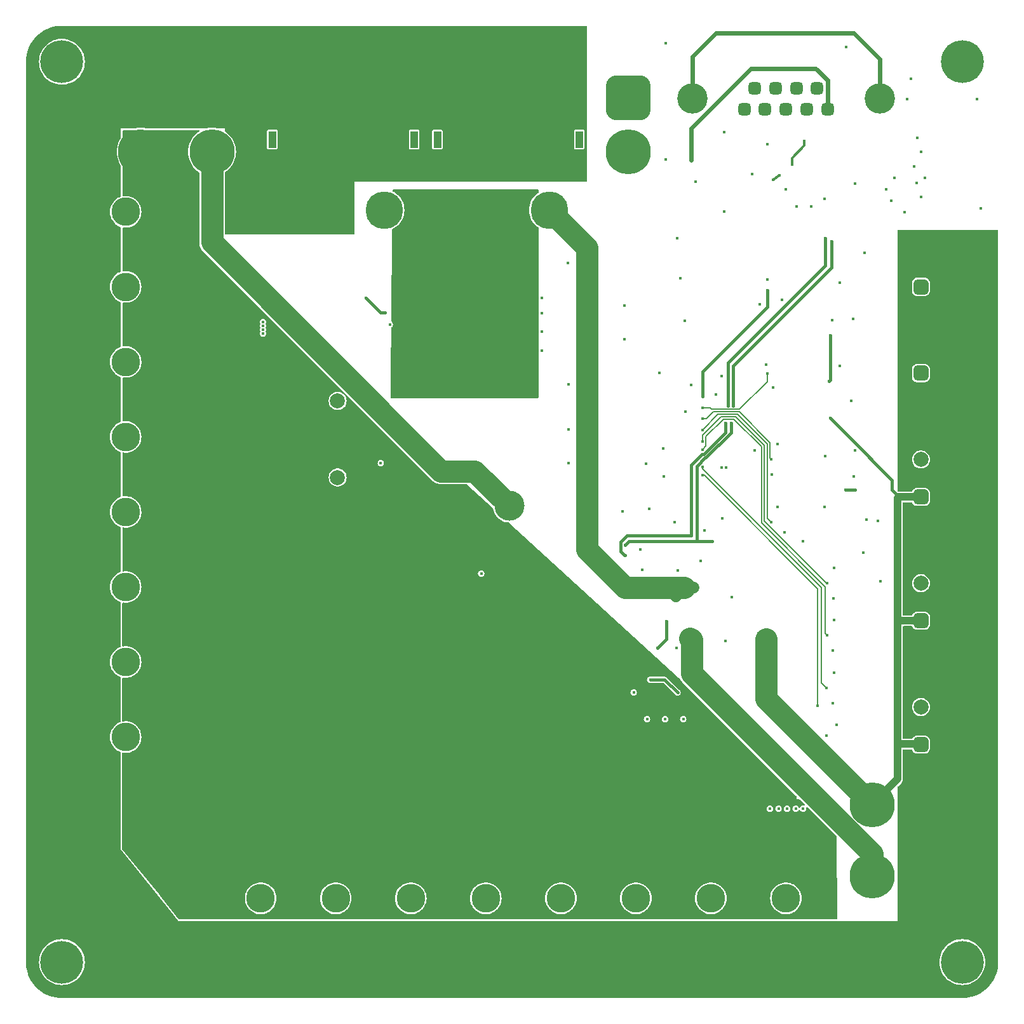
<source format=gbl>
%TF.GenerationSoftware,KiCad,Pcbnew,7.0.1-0*%
%TF.CreationDate,2023-03-21T21:14:32-05:00*%
%TF.ProjectId,actuation,61637475-6174-4696-9f6e-2e6b69636164,rev?*%
%TF.SameCoordinates,Original*%
%TF.FileFunction,Copper,L4,Bot*%
%TF.FilePolarity,Positive*%
%FSLAX46Y46*%
G04 Gerber Fmt 4.6, Leading zero omitted, Abs format (unit mm)*
G04 Created by KiCad (PCBNEW 7.0.1-0) date 2023-03-21 21:14:32*
%MOMM*%
%LPD*%
G01*
G04 APERTURE LIST*
G04 Aperture macros list*
%AMRoundRect*
0 Rectangle with rounded corners*
0 $1 Rounding radius*
0 $2 $3 $4 $5 $6 $7 $8 $9 X,Y pos of 4 corners*
0 Add a 4 corners polygon primitive as box body*
4,1,4,$2,$3,$4,$5,$6,$7,$8,$9,$2,$3,0*
0 Add four circle primitives for the rounded corners*
1,1,$1+$1,$2,$3*
1,1,$1+$1,$4,$5*
1,1,$1+$1,$6,$7*
1,1,$1+$1,$8,$9*
0 Add four rect primitives between the rounded corners*
20,1,$1+$1,$2,$3,$4,$5,0*
20,1,$1+$1,$4,$5,$6,$7,0*
20,1,$1+$1,$6,$7,$8,$9,0*
20,1,$1+$1,$8,$9,$2,$3,0*%
G04 Aperture macros list end*
%TA.AperFunction,ComponentPad*%
%ADD10C,3.800000*%
%TD*%
%TA.AperFunction,ComponentPad*%
%ADD11R,3.800000X3.800000*%
%TD*%
%TA.AperFunction,ComponentPad*%
%ADD12R,1.000000X2.200000*%
%TD*%
%TA.AperFunction,ComponentPad*%
%ADD13C,5.000000*%
%TD*%
%TA.AperFunction,ComponentPad*%
%ADD14RoundRect,1.250000X-1.250000X-1.250000X1.250000X-1.250000X1.250000X1.250000X-1.250000X1.250000X0*%
%TD*%
%TA.AperFunction,ComponentPad*%
%ADD15RoundRect,1.500000X1.500000X1.500000X-1.500000X1.500000X-1.500000X-1.500000X1.500000X-1.500000X0*%
%TD*%
%TA.AperFunction,ComponentPad*%
%ADD16C,6.000000*%
%TD*%
%TA.AperFunction,ComponentPad*%
%ADD17C,5.700000*%
%TD*%
%TA.AperFunction,ComponentPad*%
%ADD18RoundRect,1.500000X-1.500000X1.500000X-1.500000X-1.500000X1.500000X-1.500000X1.500000X1.500000X0*%
%TD*%
%TA.AperFunction,ComponentPad*%
%ADD19RoundRect,0.500000X0.500000X-0.500000X0.500000X0.500000X-0.500000X0.500000X-0.500000X-0.500000X0*%
%TD*%
%TA.AperFunction,ComponentPad*%
%ADD20C,2.000000*%
%TD*%
%TA.AperFunction,ComponentPad*%
%ADD21RoundRect,1.000000X-1.000000X1.000000X-1.000000X-1.000000X1.000000X-1.000000X1.000000X1.000000X0*%
%TD*%
%TA.AperFunction,ComponentPad*%
%ADD22C,4.000000*%
%TD*%
%TA.AperFunction,ComponentPad*%
%ADD23RoundRect,0.408750X0.408750X0.408750X-0.408750X0.408750X-0.408750X-0.408750X0.408750X-0.408750X0*%
%TD*%
%TA.AperFunction,ComponentPad*%
%ADD24C,4.050000*%
%TD*%
%TA.AperFunction,ViaPad*%
%ADD25C,0.450000*%
%TD*%
%TA.AperFunction,Conductor*%
%ADD26C,1.000000*%
%TD*%
%TA.AperFunction,Conductor*%
%ADD27C,3.000000*%
%TD*%
%TA.AperFunction,Conductor*%
%ADD28C,0.400000*%
%TD*%
%TA.AperFunction,Conductor*%
%ADD29C,0.600000*%
%TD*%
%TA.AperFunction,Conductor*%
%ADD30C,1.500000*%
%TD*%
%TA.AperFunction,Conductor*%
%ADD31C,0.300000*%
%TD*%
%TA.AperFunction,Conductor*%
%ADD32C,0.200000*%
%TD*%
G04 APERTURE END LIST*
D10*
%TO.P,J7,1,Pin_1*%
%TO.N,Net-(D8-K)*%
X88500000Y-110000000D03*
D11*
%TO.P,J7,2,Pin_2*%
%TO.N,GNDPWR*%
X83500000Y-110000000D03*
%TD*%
D10*
%TO.P,J5,1,Pin_1*%
%TO.N,Net-(D6-K)*%
X88500000Y-90000000D03*
D11*
%TO.P,J5,2,Pin_2*%
%TO.N,GNDPWR*%
X83500000Y-90000000D03*
%TD*%
D10*
%TO.P,J9,1,Pin_1*%
%TO.N,Net-(D10-K)*%
X88500000Y-130000000D03*
D11*
%TO.P,J9,2,Pin_2*%
%TO.N,GNDPWR*%
X83500000Y-130000000D03*
%TD*%
D12*
%TO.P,J26,*%
%TO.N,*%
X148950000Y-50362500D03*
X130050000Y-50362500D03*
D13*
%TO.P,J26,1,Pin_1*%
%TO.N,VDC*%
X144950000Y-59762500D03*
D14*
%TO.P,J26,2,Pin_2*%
%TO.N,VDESAFED*%
X134050000Y-59762500D03*
%TD*%
D15*
%TO.P,J24,2,Pin_2*%
%TO.N,GNDPWR*%
X195200000Y-148500000D03*
D16*
%TO.P,J24,1,Pin_1*%
%TO.N,VBUS*%
X188000000Y-148500000D03*
%TD*%
D17*
%TO.P,REF\u002A\u002A,1*%
%TO.N,N/C*%
X200000000Y-40000000D03*
%TD*%
D10*
%TO.P,J12,1,Pin_1*%
%TO.N,Net-(D13-K)*%
X126500000Y-151500000D03*
D11*
%TO.P,J12,2,Pin_2*%
%TO.N,GNDPWR*%
X126500000Y-156500000D03*
%TD*%
D16*
%TO.P,J28,1,Pin_1*%
%TO.N,Vdrive*%
X90500000Y-52000000D03*
D18*
%TO.P,J28,2,Pin_2*%
%TO.N,GNDPWR*%
X90500000Y-44800000D03*
%TD*%
D19*
%TO.P,J18,1,Pin_1*%
%TO.N,3.3V_ACT*%
X194500000Y-131000000D03*
D20*
%TO.P,J18,2,Pin_2*%
%TO.N,Net-(J18-Pin_2)*%
X194500000Y-126000000D03*
%TO.P,J18,3,Pin_3*%
%TO.N,GNDPWR*%
X194500000Y-121000000D03*
%TD*%
D10*
%TO.P,J6,1,Pin_1*%
%TO.N,Net-(D7-K)*%
X88500000Y-100000000D03*
D11*
%TO.P,J6,2,Pin_2*%
%TO.N,GNDPWR*%
X83500000Y-100000000D03*
%TD*%
D10*
%TO.P,J14,1,Pin_1*%
%TO.N,Net-(D15-K)*%
X146500000Y-151500000D03*
D11*
%TO.P,J14,2,Pin_2*%
%TO.N,GNDPWR*%
X146500000Y-156500000D03*
%TD*%
D21*
%TO.P,K1,1*%
%TO.N,VDESAFED*%
X129550000Y-81400000D03*
D20*
%TO.P,K1,2*%
%TO.N,/Power/COIL-*%
X116750000Y-85200000D03*
%TO.P,K1,3*%
%TO.N,/Power/COIL+*%
X116750000Y-95400000D03*
D22*
%TO.P,K1,4*%
%TO.N,Vdrive*%
X132050000Y-99200000D03*
%TO.P,K1,5*%
%TO.N,VCOLD*%
X139650000Y-99200000D03*
%TD*%
D10*
%TO.P,J3,1,Pin_1*%
%TO.N,Net-(D4-K)*%
X88500000Y-70000000D03*
D11*
%TO.P,J3,2,Pin_2*%
%TO.N,GNDPWR*%
X83500000Y-70000000D03*
%TD*%
D16*
%TO.P,J27,1,Pin_1*%
%TO.N,Net-(J27-Pin_1)*%
X155500000Y-52000000D03*
D18*
%TO.P,J27,2,Pin_2*%
%TO.N,/Power/COIL-*%
X155500000Y-44800000D03*
%TD*%
D17*
%TO.P,REF\u002A\u002A,1*%
%TO.N,N/C*%
X200000000Y-160000000D03*
%TD*%
D10*
%TO.P,J13,1,Pin_1*%
%TO.N,Net-(D14-K)*%
X136500000Y-151500000D03*
D11*
%TO.P,J13,2,Pin_2*%
%TO.N,GNDPWR*%
X136500000Y-156500000D03*
%TD*%
D12*
%TO.P,J23,*%
%TO.N,*%
X126950000Y-50362500D03*
X108050000Y-50362500D03*
D13*
%TO.P,J23,1,Pin_1*%
%TO.N,/Power/PWR_IN*%
X122950000Y-59762500D03*
D14*
%TO.P,J23,2,Pin_2*%
%TO.N,GNDPWR*%
X112050000Y-59762500D03*
%TD*%
D19*
%TO.P,J21,1,Pin_1*%
%TO.N,Net-(J21-Pin_1)*%
X194500000Y-81500000D03*
D20*
%TO.P,J21,2,Pin_2*%
%TO.N,GNDPWR*%
X194500000Y-76500000D03*
%TD*%
D10*
%TO.P,J11,1,Pin_1*%
%TO.N,Net-(D12-K)*%
X116500000Y-151500000D03*
D11*
%TO.P,J11,2,Pin_2*%
%TO.N,GNDPWR*%
X116500000Y-156500000D03*
%TD*%
D16*
%TO.P,J25,1,Pin_1*%
%TO.N,3.3V_ACT*%
X188000000Y-139000000D03*
D15*
%TO.P,J25,2,Pin_2*%
%TO.N,GNDPWR*%
X195200000Y-139000000D03*
%TD*%
D10*
%TO.P,J16,1,Pin_1*%
%TO.N,Net-(D17-K)*%
X166500000Y-151500000D03*
D11*
%TO.P,J16,2,Pin_2*%
%TO.N,GNDPWR*%
X166500000Y-156500000D03*
%TD*%
D10*
%TO.P,J15,1,Pin_1*%
%TO.N,Net-(D16-K)*%
X156500000Y-151500000D03*
D11*
%TO.P,J15,2,Pin_2*%
%TO.N,GNDPWR*%
X156500000Y-156500000D03*
%TD*%
D19*
%TO.P,J22,1,Pin_1*%
%TO.N,Net-(J22-Pin_1)*%
X194500000Y-70000000D03*
D20*
%TO.P,J22,2,Pin_2*%
%TO.N,GNDPWR*%
X194500000Y-65000000D03*
%TD*%
D10*
%TO.P,J2,1,Pin_1*%
%TO.N,Net-(D3-K)*%
X88500000Y-60000000D03*
D11*
%TO.P,J2,2,Pin_2*%
%TO.N,GNDPWR*%
X83500000Y-60000000D03*
%TD*%
D19*
%TO.P,J19,1,Pin_1*%
%TO.N,3.3V_ACT*%
X194500000Y-114500000D03*
D20*
%TO.P,J19,2,Pin_2*%
%TO.N,Net-(J19-Pin_2)*%
X194500000Y-109500000D03*
%TO.P,J19,3,Pin_3*%
%TO.N,GNDPWR*%
X194500000Y-104500000D03*
%TD*%
D10*
%TO.P,J10,1,Pin_1*%
%TO.N,Net-(D11-K)*%
X106500000Y-151500000D03*
D11*
%TO.P,J10,2,Pin_2*%
%TO.N,GNDPWR*%
X106500000Y-156500000D03*
%TD*%
D10*
%TO.P,J4,1,Pin_1*%
%TO.N,Net-(D5-K)*%
X88500000Y-80000000D03*
D11*
%TO.P,J4,2,Pin_2*%
%TO.N,GNDPWR*%
X83500000Y-80000000D03*
%TD*%
D23*
%TO.P,J1,1,1*%
%TO.N,/SCL+*%
X170960000Y-46345500D03*
%TO.P,J1,2,2*%
%TO.N,/SCL-*%
X173730000Y-46345500D03*
%TO.P,J1,3,3*%
%TO.N,GND*%
X176500000Y-46345500D03*
%TO.P,J1,4,4*%
%TO.N,+5V*%
X179270000Y-46345500D03*
%TO.P,J1,5,5*%
%TO.N,/ENERGIZE*%
X182040000Y-46345500D03*
%TO.P,J1,6,6*%
%TO.N,/SDA+*%
X172345000Y-43505500D03*
%TO.P,J1,7,7*%
%TO.N,/SDA-*%
X175115000Y-43505500D03*
%TO.P,J1,8,8*%
%TO.N,GND*%
X177885000Y-43505500D03*
%TO.P,J1,9,9*%
%TO.N,+5V*%
X180655000Y-43505500D03*
D24*
%TO.P,J1,SH,PAD*%
%TO.N,Net-(J1-PAD)*%
X164005000Y-44925500D03*
X188995000Y-44925500D03*
%TD*%
D10*
%TO.P,J17,1,Pin_1*%
%TO.N,Net-(D18-K)*%
X176500000Y-151500000D03*
D11*
%TO.P,J17,2,Pin_2*%
%TO.N,GNDPWR*%
X176500000Y-156500000D03*
%TD*%
D17*
%TO.P,REF\u002A\u002A,1*%
%TO.N,N/C*%
X80000000Y-160000000D03*
%TD*%
D16*
%TO.P,J29,1,Pin_1*%
%TO.N,VCOLD*%
X100000000Y-52000000D03*
D18*
%TO.P,J29,2,Pin_2*%
%TO.N,GNDPWR*%
X100000000Y-44800000D03*
%TD*%
D17*
%TO.P,REF\u002A\u002A,1*%
%TO.N,N/C*%
X80000000Y-40000000D03*
%TD*%
D19*
%TO.P,J20,1,Pin_1*%
%TO.N,3.3V_ACT*%
X194500000Y-98000000D03*
D20*
%TO.P,J20,2,Pin_2*%
%TO.N,Net-(J20-Pin_2)*%
X194500000Y-93000000D03*
%TO.P,J20,3,Pin_3*%
%TO.N,GNDPWR*%
X194500000Y-88000000D03*
%TD*%
D10*
%TO.P,J8,1,Pin_1*%
%TO.N,Net-(D9-K)*%
X88500000Y-120000000D03*
D11*
%TO.P,J8,2,Pin_2*%
%TO.N,GNDPWR*%
X83500000Y-120000000D03*
%TD*%
D25*
%TO.N,GND*%
X154700000Y-99900000D03*
X168300000Y-49400000D03*
X168300000Y-60000000D03*
X159600000Y-81500000D03*
X160100000Y-91500000D03*
X178800000Y-103900000D03*
X165100000Y-106500000D03*
X158300000Y-99600000D03*
%TO.N,+3.3V*%
X176000000Y-71770000D03*
X178784000Y-139573000D03*
X162433000Y-68834000D03*
X174625000Y-94996000D03*
X182753000Y-125476000D03*
X176276000Y-102743000D03*
X106807000Y-76200000D03*
X182850000Y-111506000D03*
X185674000Y-56261000D03*
X176657000Y-139573000D03*
X191000000Y-55500000D03*
X157099000Y-105029000D03*
X176500000Y-57000000D03*
X106807000Y-74676000D03*
X182753000Y-118491000D03*
X175514000Y-139573000D03*
X157862500Y-93612500D03*
X165674000Y-102489000D03*
X174371000Y-139573000D03*
X174752000Y-83439000D03*
X181610000Y-58293000D03*
X190500000Y-58500000D03*
X106807000Y-75184000D03*
X174000000Y-51000000D03*
X162000000Y-63500000D03*
X160225000Y-95275000D03*
X168529000Y-94107000D03*
X123700000Y-75000000D03*
X167132000Y-84328000D03*
X177800000Y-139573000D03*
X183261000Y-128397000D03*
X195000000Y-55500000D03*
X173000000Y-72350000D03*
X106807000Y-75692000D03*
%TO.N,GND*%
X189865000Y-57023000D03*
X168021000Y-100838000D03*
X144000000Y-71500000D03*
X192357000Y-60071000D03*
X144000000Y-76000000D03*
X172339000Y-91821000D03*
X144000000Y-73500000D03*
X194000000Y-50165000D03*
X177927000Y-59309000D03*
X163000000Y-74554000D03*
X175387000Y-99314000D03*
X147500000Y-93500000D03*
X187000000Y-65500000D03*
X162052000Y-107823000D03*
X202000000Y-45000000D03*
X194500000Y-52000000D03*
X167894000Y-94107000D03*
X175387000Y-90932000D03*
X155000000Y-77000000D03*
X202500000Y-59500000D03*
X184500000Y-38000000D03*
X173863000Y-80391000D03*
X179832000Y-59309000D03*
X182880000Y-121412000D03*
X194500000Y-58000000D03*
X163830000Y-83058000D03*
X160500000Y-53000000D03*
X182880000Y-114427000D03*
X167894000Y-81915000D03*
X174000000Y-69000000D03*
X155000000Y-72500000D03*
X144000000Y-78500000D03*
X192659000Y-44958000D03*
X181864000Y-129794000D03*
X147500000Y-89000000D03*
X164500000Y-56000000D03*
X160500000Y-37500000D03*
X157353000Y-107696000D03*
X193548000Y-53975000D03*
X147500000Y-83000000D03*
X163068000Y-86614000D03*
X172000000Y-55000000D03*
X193929000Y-56134000D03*
X161671000Y-101346000D03*
X193167000Y-42291000D03*
X182880000Y-107442000D03*
%TO.N,GNDPWR*%
X162814000Y-127635000D03*
X183648500Y-80511500D03*
X188722000Y-101219000D03*
X186817000Y-105410000D03*
X181737000Y-92583000D03*
X185166000Y-85217000D03*
X160401000Y-127635000D03*
X123000000Y-38500000D03*
X130000000Y-55500000D03*
X135000000Y-38500000D03*
X142500000Y-38500000D03*
X187198000Y-101050000D03*
X168402000Y-117221000D03*
X161925000Y-118110000D03*
X182626000Y-74422000D03*
X84000000Y-156000000D03*
X140500000Y-55500000D03*
X148000000Y-55500000D03*
X181610000Y-99314000D03*
X185547000Y-95250000D03*
X113500000Y-38500000D03*
X185420000Y-74295000D03*
X185674000Y-91821000D03*
X156210000Y-124079000D03*
X189103000Y-109220000D03*
X122500000Y-93500000D03*
X135890000Y-108200000D03*
X169291000Y-111379000D03*
X147447000Y-66802000D03*
X157988000Y-127635000D03*
X183648500Y-69462500D03*
%TO.N,3.3V_ACT*%
X174371000Y-118618000D03*
X173482000Y-116459000D03*
X172847000Y-116205000D03*
X174371000Y-117983000D03*
X182245000Y-82550000D03*
X184912000Y-90043000D03*
X173863000Y-116967000D03*
X182372000Y-87503000D03*
X174371000Y-117348000D03*
X182372000Y-76454000D03*
%TO.N,VBUS*%
X163068000Y-117348000D03*
X163068000Y-116332000D03*
X163830000Y-117348000D03*
X163449000Y-116840000D03*
X163830000Y-116332000D03*
X164211000Y-116840000D03*
X164973000Y-116840000D03*
X164592000Y-116332000D03*
X164592000Y-117348000D03*
X162687000Y-116840000D03*
%TO.N,/ENERGIZE*%
X163830000Y-53086000D03*
%TO.N,VDC*%
X164211000Y-110109000D03*
X163576000Y-110109000D03*
X161798000Y-111252000D03*
X159385000Y-118110000D03*
X160528000Y-114554000D03*
X162306000Y-110109000D03*
X162941000Y-110109000D03*
X161798000Y-110617000D03*
X161798000Y-111887000D03*
%TO.N,/SCL-*%
X177292000Y-53721000D03*
X178943000Y-50546000D03*
%TO.N,/SDA+*%
X175641000Y-55118000D03*
X174752000Y-55753000D03*
%TO.N,Vdrive*%
X117000000Y-145500000D03*
X94500000Y-71000000D03*
X148500000Y-145500000D03*
X128000000Y-145500000D03*
X94500000Y-72000000D03*
X94500000Y-60500000D03*
X94500000Y-130500000D03*
X138500000Y-145500000D03*
X107500000Y-145500000D03*
X158500000Y-145500000D03*
X178500000Y-145500000D03*
X94500000Y-111000000D03*
X94500000Y-131000000D03*
X94500000Y-82000000D03*
X157000000Y-145500000D03*
X94500000Y-101000000D03*
X94500000Y-62000000D03*
X147500000Y-145500000D03*
X94500000Y-61500000D03*
X168000000Y-145500000D03*
X137000000Y-145500000D03*
X94500000Y-100500000D03*
X108500000Y-145500000D03*
X108000000Y-145500000D03*
X107000000Y-145500000D03*
X147000000Y-145500000D03*
X94500000Y-121500000D03*
X94500000Y-81500000D03*
X94500000Y-112000000D03*
X94500000Y-71500000D03*
X94500000Y-111500000D03*
X167500000Y-145500000D03*
X94500000Y-101500000D03*
X167000000Y-145500000D03*
X94500000Y-122000000D03*
X94500000Y-91500000D03*
X94500000Y-80500000D03*
X127000000Y-145500000D03*
X127500000Y-145500000D03*
X94500000Y-91000000D03*
X137500000Y-145500000D03*
X94500000Y-131500000D03*
X177000000Y-145500000D03*
X94500000Y-132000000D03*
X168500000Y-145500000D03*
X94500000Y-102000000D03*
X118500000Y-145500000D03*
X118000000Y-145500000D03*
X157500000Y-145500000D03*
X94500000Y-121000000D03*
X128500000Y-145500000D03*
X138000000Y-145500000D03*
X178000000Y-145500000D03*
X94500000Y-81000000D03*
X94500000Y-92000000D03*
X94500000Y-110500000D03*
X94500000Y-120500000D03*
X94500000Y-90500000D03*
X177500000Y-145500000D03*
X94500000Y-70500000D03*
X117500000Y-145500000D03*
X158000000Y-145500000D03*
X148000000Y-145500000D03*
X94500000Y-61000000D03*
%TO.N,/SDA*%
X181737000Y-63500000D03*
X168402000Y-88138000D03*
X163830000Y-103124000D03*
X155067000Y-105791000D03*
X168783000Y-85852000D03*
%TO.N,/SCL*%
X182562500Y-63944500D03*
X166624000Y-103886000D03*
X169164000Y-88138000D03*
X155067000Y-104394000D03*
X169418000Y-85852000D03*
%TO.N,/Feedback Channels/FB_CH1*%
X165354000Y-93980000D03*
X181864000Y-123444000D03*
%TO.N,/Feedback Channels/FB_CH2*%
X165354000Y-91694000D03*
X181991000Y-116459000D03*
%TO.N,/Feedback Channels/FB_CH3*%
X181991000Y-109474000D03*
X165354000Y-90600000D03*
%TO.N,/Feedback Channels/FB_CH4*%
X174498000Y-101346000D03*
X165354000Y-89100000D03*
%TO.N,/Feedback Channels/FB_CH5*%
X174498000Y-92964000D03*
X165354000Y-87600000D03*
%TO.N,/Feedback Channels/FB_CH6*%
X165354000Y-86100000D03*
X173990000Y-81534000D03*
%TO.N,/Feedback Channels/FB_CH7*%
X173990000Y-70485000D03*
X165354000Y-84600000D03*
%TO.N,/Feedback Channels/FB_CH0*%
X165354000Y-95123000D03*
X180721000Y-125857000D03*
%TO.N,VDESAFED*%
X185674000Y-97028000D03*
X123063000Y-73406000D03*
X120523000Y-71501000D03*
X184404000Y-97028000D03*
%TO.N,Net-(U36-UV)*%
X162052000Y-124079000D03*
X158411012Y-122379330D03*
%TD*%
D26*
%TO.N,3.3V_ACT*%
X194500000Y-114500000D02*
X191570000Y-114500000D01*
D27*
X173863000Y-116967000D02*
X173863000Y-124863000D01*
D28*
X182372000Y-87503000D02*
X184912000Y-90043000D01*
D26*
X191389000Y-135611000D02*
X191389000Y-130429000D01*
D28*
X190627000Y-97067000D02*
X191560000Y-98000000D01*
D26*
X191389000Y-114681000D02*
X191389000Y-98171000D01*
X188000000Y-139000000D02*
X191389000Y-135611000D01*
X191389000Y-98171000D02*
X191560000Y-98000000D01*
D28*
X182372000Y-76454000D02*
X182372000Y-82423000D01*
D26*
X194500000Y-131000000D02*
X194437000Y-130937000D01*
X191389000Y-130429000D02*
X191389000Y-114681000D01*
X194437000Y-130937000D02*
X191389000Y-130937000D01*
D28*
X182372000Y-82423000D02*
X182245000Y-82550000D01*
D27*
X173863000Y-124863000D02*
X188000000Y-139000000D01*
D26*
X191560000Y-98000000D02*
X194500000Y-98000000D01*
D28*
X184912000Y-90043000D02*
X190627000Y-95758000D01*
D26*
X191570000Y-114500000D02*
X191389000Y-114681000D01*
D28*
X190627000Y-95758000D02*
X190627000Y-97067000D01*
D27*
%TO.N,VBUS*%
X188000000Y-145582000D02*
X163926000Y-121508000D01*
X188000000Y-148500000D02*
X188000000Y-145582000D01*
X163926000Y-117063000D02*
X163703000Y-116840000D01*
X163926000Y-121508000D02*
X163926000Y-117063000D01*
D29*
%TO.N,/ENERGIZE*%
X171831000Y-40894000D02*
X180467000Y-40894000D01*
X180467000Y-40894000D02*
X182040000Y-42467000D01*
X182040000Y-42467000D02*
X182040000Y-46345500D01*
X163830000Y-48895000D02*
X171831000Y-40894000D01*
X163830000Y-53086000D02*
X163830000Y-48895000D01*
D27*
%TO.N,VDC*%
X144950000Y-59762500D02*
X149987000Y-64799500D01*
D28*
X159385000Y-118110000D02*
X160528000Y-116967000D01*
D27*
X149987000Y-64799500D02*
X149987000Y-105029000D01*
D30*
X162941000Y-110109000D02*
X161798000Y-111252000D01*
D27*
X155067000Y-110109000D02*
X162941000Y-110109000D01*
D28*
X160528000Y-116967000D02*
X160528000Y-114554000D01*
D30*
X164211000Y-110109000D02*
X162941000Y-110109000D01*
D27*
X149987000Y-105029000D02*
X155067000Y-110109000D01*
D31*
%TO.N,/SCL-*%
X178943000Y-51181000D02*
X178943000Y-50546000D01*
X177292000Y-52832000D02*
X178943000Y-51181000D01*
X177292000Y-53721000D02*
X177292000Y-52832000D01*
%TO.N,/SDA+*%
X174812639Y-55753000D02*
X174752000Y-55753000D01*
X175641000Y-55118000D02*
X174812639Y-55753000D01*
D29*
%TO.N,Net-(J1-PAD)*%
X188995000Y-39643000D02*
X188995000Y-44925500D01*
X164005000Y-44925500D02*
X164005000Y-39322000D01*
X185547000Y-36195000D02*
X188995000Y-39643000D01*
X167132000Y-36195000D02*
X185547000Y-36195000D01*
X164005000Y-39322000D02*
X167132000Y-36195000D01*
D28*
%TO.N,/SDA*%
X168402000Y-89457759D02*
X168402000Y-88138000D01*
X154443000Y-105294000D02*
X154940000Y-105791000D01*
X155321000Y-103124000D02*
X161163000Y-103124000D01*
X165591759Y-92268000D02*
X168402000Y-89457759D01*
X154443000Y-104002000D02*
X155321000Y-103124000D01*
X161163000Y-103124000D02*
X163830000Y-103124000D01*
X165288000Y-92268000D02*
X165591759Y-92268000D01*
X154443000Y-105294000D02*
X154443000Y-104002000D01*
X154940000Y-105791000D02*
X155067000Y-105791000D01*
X168783000Y-85852000D02*
X168783000Y-80137000D01*
X181737000Y-67183000D02*
X181737000Y-63500000D01*
X168783000Y-80137000D02*
X181737000Y-67183000D01*
X163830000Y-103124000D02*
X163830000Y-93726000D01*
X163830000Y-93726000D02*
X165288000Y-92268000D01*
%TO.N,/SCL*%
X164592000Y-103886000D02*
X166624000Y-103886000D01*
X169164000Y-89402865D02*
X165798865Y-92768000D01*
X165754241Y-92768000D02*
X164592000Y-93930241D01*
X165798865Y-92768000D02*
X165754241Y-92768000D01*
X169418000Y-80518000D02*
X182562500Y-67373500D01*
X169418000Y-85852000D02*
X169418000Y-80518000D01*
X182562500Y-67373500D02*
X182562500Y-63944500D01*
X155575000Y-103886000D02*
X164592000Y-103886000D01*
X155067000Y-104394000D02*
X155575000Y-103886000D01*
X164592000Y-93930241D02*
X164592000Y-103886000D01*
X169164000Y-88138000D02*
X169164000Y-89402865D01*
D32*
%TO.N,/Feedback Channels/FB_CH1*%
X165354000Y-94234000D02*
X165354000Y-93980000D01*
X181229000Y-122809000D02*
X181229000Y-110109000D01*
X181864000Y-123444000D02*
X181229000Y-122809000D01*
X181229000Y-110109000D02*
X165354000Y-94234000D01*
%TO.N,/Feedback Channels/FB_CH2*%
X168148000Y-87630000D02*
X169580000Y-87630000D01*
X181737000Y-116205000D02*
X181991000Y-116459000D01*
X181737000Y-109982000D02*
X181737000Y-110871000D01*
X165354000Y-91694000D02*
X165828000Y-91220000D01*
X173228000Y-101473000D02*
X181737000Y-109982000D01*
X181737000Y-110871000D02*
X181737000Y-116205000D01*
X173228000Y-91278000D02*
X173228000Y-101473000D01*
X165828000Y-91220000D02*
X165828000Y-89950000D01*
X169580000Y-87630000D02*
X173228000Y-91278000D01*
X165828000Y-89950000D02*
X168148000Y-87630000D01*
%TO.N,/Feedback Channels/FB_CH3*%
X173609000Y-91105000D02*
X169834000Y-87330000D01*
X181864000Y-109474000D02*
X173609000Y-101219000D01*
X169834000Y-87330000D02*
X167813000Y-87330000D01*
X181991000Y-109474000D02*
X181864000Y-109474000D01*
X165354000Y-89789000D02*
X165354000Y-90600000D01*
X173609000Y-101219000D02*
X173609000Y-91105000D01*
X167813000Y-87330000D02*
X165354000Y-89789000D01*
%TO.N,/Feedback Channels/FB_CH4*%
X167459000Y-86995000D02*
X165354000Y-89100000D01*
X170053000Y-86995000D02*
X167459000Y-86995000D01*
X173990000Y-90932000D02*
X170053000Y-86995000D01*
X174498000Y-101346000D02*
X173990000Y-100838000D01*
X173990000Y-100838000D02*
X173990000Y-90932000D01*
%TO.N,/Feedback Channels/FB_CH5*%
X174371000Y-92837000D02*
X174371000Y-90741500D01*
X174498000Y-92964000D02*
X174371000Y-92837000D01*
X166832000Y-86660000D02*
X165892000Y-87600000D01*
X174371000Y-90741500D02*
X170289500Y-86660000D01*
X170289500Y-86660000D02*
X166832000Y-86660000D01*
X165892000Y-87600000D02*
X165354000Y-87600000D01*
%TO.N,/Feedback Channels/FB_CH6*%
X173990000Y-82677000D02*
X170341000Y-86326000D01*
X166590000Y-86326000D02*
X166370000Y-86106000D01*
X166370000Y-86106000D02*
X165360000Y-86106000D01*
X165360000Y-86106000D02*
X165354000Y-86100000D01*
X173990000Y-81534000D02*
X173990000Y-82677000D01*
X170341000Y-86326000D02*
X166590000Y-86326000D01*
D28*
%TO.N,/Feedback Channels/FB_CH7*%
X165354000Y-81280000D02*
X165354000Y-84600000D01*
X173990000Y-72644000D02*
X165354000Y-81280000D01*
X173990000Y-70485000D02*
X173990000Y-72644000D01*
D32*
%TO.N,/Feedback Channels/FB_CH0*%
X165608000Y-95123000D02*
X180721000Y-110236000D01*
X165354000Y-95123000D02*
X165608000Y-95123000D01*
X180721000Y-110236000D02*
X180721000Y-125857000D01*
D28*
%TO.N,VDESAFED*%
X185674000Y-97028000D02*
X184404000Y-97028000D01*
X123063000Y-73406000D02*
X122428000Y-73406000D01*
X122428000Y-73406000D02*
X120523000Y-71501000D01*
D27*
%TO.N,VCOLD*%
X139650000Y-99200000D02*
X135017500Y-94567500D01*
X130508500Y-94567500D02*
X100000000Y-64059000D01*
X135017500Y-94567500D02*
X130508500Y-94567500D01*
X100000000Y-64059000D02*
X100000000Y-52000000D01*
D28*
%TO.N,Net-(U36-UV)*%
X158411012Y-122379330D02*
X160352330Y-122379330D01*
X160352330Y-122379330D02*
X162052000Y-124079000D01*
%TD*%
%TA.AperFunction,Conductor*%
%TO.N,GNDPWR*%
G36*
X149950500Y-35213763D02*
G01*
X149986737Y-35250000D01*
X150000000Y-35299500D01*
X150000000Y-55901000D01*
X149986737Y-55950500D01*
X149950500Y-55986737D01*
X149901000Y-56000000D01*
X119000000Y-56000000D01*
X119000000Y-56000001D01*
X119000000Y-62900344D01*
X118986737Y-62949843D01*
X118950502Y-62986079D01*
X118901004Y-62999343D01*
X109962311Y-62999684D01*
X101799504Y-62999996D01*
X101750002Y-62986734D01*
X101713764Y-62950497D01*
X101700500Y-62900996D01*
X101700500Y-54768869D01*
X101711544Y-54723430D01*
X101742211Y-54688129D01*
X101909830Y-54569196D01*
X101998623Y-54506194D01*
X102266661Y-54266661D01*
X102506194Y-53998623D01*
X102714211Y-53705452D01*
X102888094Y-53390833D01*
X103025659Y-53058724D01*
X103125173Y-52713300D01*
X103185387Y-52358907D01*
X103205543Y-52000000D01*
X103185387Y-51641093D01*
X103158398Y-51482247D01*
X107349500Y-51482247D01*
X107361133Y-51540731D01*
X107405447Y-51607052D01*
X107449761Y-51636662D01*
X107471769Y-51651367D01*
X107530252Y-51663000D01*
X108569747Y-51663000D01*
X108569748Y-51663000D01*
X108628231Y-51651367D01*
X108694552Y-51607052D01*
X108738867Y-51540731D01*
X108750500Y-51482248D01*
X108750500Y-51482247D01*
X126249500Y-51482247D01*
X126261133Y-51540731D01*
X126305447Y-51607052D01*
X126349761Y-51636662D01*
X126371769Y-51651367D01*
X126430252Y-51663000D01*
X127469747Y-51663000D01*
X127469748Y-51663000D01*
X127528231Y-51651367D01*
X127594552Y-51607052D01*
X127638867Y-51540731D01*
X127650500Y-51482248D01*
X127650500Y-51482247D01*
X129349500Y-51482247D01*
X129361133Y-51540731D01*
X129405447Y-51607052D01*
X129449761Y-51636662D01*
X129471769Y-51651367D01*
X129530252Y-51663000D01*
X130569747Y-51663000D01*
X130569748Y-51663000D01*
X130628231Y-51651367D01*
X130694552Y-51607052D01*
X130738867Y-51540731D01*
X130750500Y-51482248D01*
X130750500Y-51482247D01*
X148249500Y-51482247D01*
X148261133Y-51540731D01*
X148305447Y-51607052D01*
X148349761Y-51636662D01*
X148371769Y-51651367D01*
X148430252Y-51663000D01*
X149469747Y-51663000D01*
X149469748Y-51663000D01*
X149528231Y-51651367D01*
X149594552Y-51607052D01*
X149638867Y-51540731D01*
X149650500Y-51482248D01*
X149650500Y-49242752D01*
X149638867Y-49184269D01*
X149613817Y-49146780D01*
X149594552Y-49117947D01*
X149528231Y-49073633D01*
X149521489Y-49072292D01*
X149469748Y-49062000D01*
X148430252Y-49062000D01*
X148401010Y-49067816D01*
X148371768Y-49073633D01*
X148305447Y-49117947D01*
X148261133Y-49184268D01*
X148249500Y-49242753D01*
X148249500Y-51482247D01*
X130750500Y-51482247D01*
X130750500Y-49242752D01*
X130738867Y-49184269D01*
X130713817Y-49146780D01*
X130694552Y-49117947D01*
X130628231Y-49073633D01*
X130621489Y-49072292D01*
X130569748Y-49062000D01*
X129530252Y-49062000D01*
X129501010Y-49067816D01*
X129471768Y-49073633D01*
X129405447Y-49117947D01*
X129361133Y-49184268D01*
X129349500Y-49242753D01*
X129349500Y-51482247D01*
X127650500Y-51482247D01*
X127650500Y-49242752D01*
X127638867Y-49184269D01*
X127613817Y-49146780D01*
X127594552Y-49117947D01*
X127528231Y-49073633D01*
X127521489Y-49072292D01*
X127469748Y-49062000D01*
X126430252Y-49062000D01*
X126401010Y-49067816D01*
X126371768Y-49073633D01*
X126305447Y-49117947D01*
X126261133Y-49184268D01*
X126249500Y-49242753D01*
X126249500Y-51482247D01*
X108750500Y-51482247D01*
X108750500Y-49242752D01*
X108738867Y-49184269D01*
X108713817Y-49146780D01*
X108694552Y-49117947D01*
X108628231Y-49073633D01*
X108621489Y-49072292D01*
X108569748Y-49062000D01*
X107530252Y-49062000D01*
X107501010Y-49067816D01*
X107471768Y-49073633D01*
X107405447Y-49117947D01*
X107361133Y-49184268D01*
X107349500Y-49242753D01*
X107349500Y-51482247D01*
X103158398Y-51482247D01*
X103125173Y-51286700D01*
X103025659Y-50941276D01*
X102888094Y-50609167D01*
X102714211Y-50294548D01*
X102506194Y-50001377D01*
X102266661Y-49733338D01*
X101998621Y-49493804D01*
X101741711Y-49311516D01*
X101711044Y-49276215D01*
X101700000Y-49230776D01*
X101700000Y-48900001D01*
X101700000Y-48900000D01*
X101699999Y-48900000D01*
X100814655Y-48900000D01*
X100787249Y-48896131D01*
X100713297Y-48874826D01*
X100358906Y-48814612D01*
X100000000Y-48794456D01*
X99641093Y-48814612D01*
X99286702Y-48874826D01*
X99212751Y-48896131D01*
X99185345Y-48900000D01*
X91314655Y-48900000D01*
X91287249Y-48896131D01*
X91213297Y-48874826D01*
X90858906Y-48814612D01*
X90500000Y-48794456D01*
X90141093Y-48814612D01*
X89786702Y-48874826D01*
X89712751Y-48896131D01*
X89685345Y-48900000D01*
X87800001Y-48900000D01*
X87800000Y-48900000D01*
X87800000Y-48900001D01*
X87800000Y-50243298D01*
X87787647Y-50291186D01*
X87611907Y-50609165D01*
X87474340Y-50941276D01*
X87374826Y-51286702D01*
X87314612Y-51641093D01*
X87294456Y-52000000D01*
X87314612Y-52358906D01*
X87374826Y-52713297D01*
X87474340Y-53058723D01*
X87543123Y-53224778D01*
X87611906Y-53390833D01*
X87611907Y-53390834D01*
X87787647Y-53708815D01*
X87800000Y-53756703D01*
X87800000Y-57949025D01*
X87783782Y-58003322D01*
X87740442Y-58039828D01*
X87672831Y-58069196D01*
X87531371Y-58130640D01*
X87285858Y-58279940D01*
X87062945Y-58461293D01*
X86866808Y-58671304D01*
X86701102Y-58906058D01*
X86701098Y-58906064D01*
X86701099Y-58906064D01*
X86568896Y-59161203D01*
X86568894Y-59161206D01*
X86568895Y-59161206D01*
X86472664Y-59431971D01*
X86414201Y-59713312D01*
X86394592Y-59999999D01*
X86414201Y-60286687D01*
X86472664Y-60568028D01*
X86527337Y-60721861D01*
X86568896Y-60838797D01*
X86662674Y-61019779D01*
X86701102Y-61093941D01*
X86866808Y-61328695D01*
X87062945Y-61538706D01*
X87285858Y-61720059D01*
X87531371Y-61869359D01*
X87531373Y-61869360D01*
X87531375Y-61869361D01*
X87740442Y-61960171D01*
X87783782Y-61996678D01*
X87800000Y-62050975D01*
X87800000Y-67949025D01*
X87783782Y-68003322D01*
X87740442Y-68039828D01*
X87670318Y-68070287D01*
X87531371Y-68130640D01*
X87285858Y-68279940D01*
X87062945Y-68461293D01*
X86866808Y-68671304D01*
X86701102Y-68906058D01*
X86701098Y-68906064D01*
X86701099Y-68906064D01*
X86568896Y-69161203D01*
X86568894Y-69161206D01*
X86568895Y-69161206D01*
X86472664Y-69431971D01*
X86414201Y-69713312D01*
X86394592Y-69999999D01*
X86414201Y-70286687D01*
X86472664Y-70568028D01*
X86528323Y-70724637D01*
X86568896Y-70838797D01*
X86701099Y-71093936D01*
X86701102Y-71093941D01*
X86866808Y-71328695D01*
X87062945Y-71538706D01*
X87285858Y-71720059D01*
X87531371Y-71869359D01*
X87531373Y-71869360D01*
X87531375Y-71869361D01*
X87740442Y-71960171D01*
X87783782Y-71996678D01*
X87800000Y-72050975D01*
X87800000Y-77949025D01*
X87783782Y-78003322D01*
X87740442Y-78039828D01*
X87672831Y-78069196D01*
X87531371Y-78130640D01*
X87285858Y-78279940D01*
X87062945Y-78461293D01*
X86866808Y-78671304D01*
X86701102Y-78906058D01*
X86701098Y-78906064D01*
X86701099Y-78906064D01*
X86568896Y-79161203D01*
X86568894Y-79161206D01*
X86568895Y-79161206D01*
X86472664Y-79431971D01*
X86414201Y-79713312D01*
X86394592Y-79999999D01*
X86414201Y-80286687D01*
X86472664Y-80568028D01*
X86523262Y-80710396D01*
X86568896Y-80838797D01*
X86701099Y-81093936D01*
X86701102Y-81093941D01*
X86866808Y-81328695D01*
X86866811Y-81328698D01*
X87062947Y-81538708D01*
X87285853Y-81720055D01*
X87285858Y-81720059D01*
X87531371Y-81869359D01*
X87531373Y-81869360D01*
X87531375Y-81869361D01*
X87740442Y-81960171D01*
X87783782Y-81996678D01*
X87800000Y-82050975D01*
X87800000Y-87949025D01*
X87783782Y-88003322D01*
X87740442Y-88039828D01*
X87701059Y-88056935D01*
X87531371Y-88130640D01*
X87285858Y-88279940D01*
X87062945Y-88461293D01*
X86866808Y-88671304D01*
X86701102Y-88906058D01*
X86701098Y-88906064D01*
X86701099Y-88906064D01*
X86568896Y-89161203D01*
X86568894Y-89161206D01*
X86568895Y-89161206D01*
X86472664Y-89431971D01*
X86414201Y-89713312D01*
X86394592Y-90000000D01*
X86414201Y-90286687D01*
X86472664Y-90568028D01*
X86509442Y-90671509D01*
X86568896Y-90838797D01*
X86701099Y-91093936D01*
X86701102Y-91093941D01*
X86866808Y-91328695D01*
X86866811Y-91328698D01*
X87062947Y-91538708D01*
X87179003Y-91633126D01*
X87285858Y-91720059D01*
X87531371Y-91869359D01*
X87531373Y-91869360D01*
X87531375Y-91869361D01*
X87740442Y-91960171D01*
X87783782Y-91996678D01*
X87800000Y-92050975D01*
X87800000Y-97949025D01*
X87783782Y-98003322D01*
X87740442Y-98039828D01*
X87681255Y-98065537D01*
X87531371Y-98130640D01*
X87285858Y-98279940D01*
X87062945Y-98461293D01*
X86866808Y-98671304D01*
X86701102Y-98906058D01*
X86701098Y-98906064D01*
X86701099Y-98906064D01*
X86568896Y-99161203D01*
X86568894Y-99161206D01*
X86568895Y-99161206D01*
X86472664Y-99431971D01*
X86414201Y-99713312D01*
X86394592Y-100000000D01*
X86414201Y-100286687D01*
X86472664Y-100568028D01*
X86478618Y-100584780D01*
X86568896Y-100838797D01*
X86699692Y-101091220D01*
X86701102Y-101093941D01*
X86866808Y-101328695D01*
X87007301Y-101479126D01*
X87062947Y-101538708D01*
X87254476Y-101694528D01*
X87285858Y-101720059D01*
X87531371Y-101869359D01*
X87531373Y-101869360D01*
X87531375Y-101869361D01*
X87740442Y-101960171D01*
X87783782Y-101996678D01*
X87800000Y-102050975D01*
X87800000Y-107949025D01*
X87783782Y-108003322D01*
X87740442Y-108039828D01*
X87670318Y-108070287D01*
X87531371Y-108130640D01*
X87285858Y-108279940D01*
X87062945Y-108461293D01*
X86866808Y-108671304D01*
X86701102Y-108906058D01*
X86701098Y-108906064D01*
X86701099Y-108906064D01*
X86568896Y-109161203D01*
X86568894Y-109161206D01*
X86568895Y-109161206D01*
X86472664Y-109431971D01*
X86414201Y-109713312D01*
X86394592Y-110000000D01*
X86414201Y-110286687D01*
X86472664Y-110568028D01*
X86505216Y-110659619D01*
X86568896Y-110838797D01*
X86691389Y-111075196D01*
X86701102Y-111093941D01*
X86866808Y-111328695D01*
X86982901Y-111453000D01*
X87062947Y-111538708D01*
X87186378Y-111639126D01*
X87285858Y-111720059D01*
X87531371Y-111869359D01*
X87531373Y-111869360D01*
X87531375Y-111869361D01*
X87740442Y-111960171D01*
X87783782Y-111996678D01*
X87800000Y-112050975D01*
X87800000Y-117949025D01*
X87783782Y-118003322D01*
X87740442Y-118039828D01*
X87670318Y-118070287D01*
X87531371Y-118130640D01*
X87285858Y-118279940D01*
X87062945Y-118461293D01*
X86866808Y-118671304D01*
X86701102Y-118906058D01*
X86701098Y-118906064D01*
X86701099Y-118906064D01*
X86568896Y-119161203D01*
X86568894Y-119161206D01*
X86568895Y-119161206D01*
X86472664Y-119431971D01*
X86414201Y-119713312D01*
X86394592Y-119999999D01*
X86414201Y-120286687D01*
X86472664Y-120568028D01*
X86528323Y-120724638D01*
X86568896Y-120838797D01*
X86685314Y-121063472D01*
X86701102Y-121093941D01*
X86866808Y-121328695D01*
X87062945Y-121538706D01*
X87062947Y-121538708D01*
X87125298Y-121589434D01*
X87285858Y-121720059D01*
X87531371Y-121869359D01*
X87531373Y-121869360D01*
X87531375Y-121869361D01*
X87740442Y-121960171D01*
X87783782Y-121996678D01*
X87800000Y-122050975D01*
X87800000Y-127949025D01*
X87783782Y-128003322D01*
X87740442Y-128039828D01*
X87670318Y-128070287D01*
X87531371Y-128130640D01*
X87285858Y-128279940D01*
X87062945Y-128461293D01*
X86866808Y-128671304D01*
X86701102Y-128906058D01*
X86701098Y-128906064D01*
X86701099Y-128906064D01*
X86568896Y-129161203D01*
X86568894Y-129161206D01*
X86568895Y-129161206D01*
X86472664Y-129431971D01*
X86414201Y-129713312D01*
X86394592Y-129999999D01*
X86414201Y-130286687D01*
X86472664Y-130568028D01*
X86528323Y-130724638D01*
X86568896Y-130838797D01*
X86701099Y-131093936D01*
X86701102Y-131093941D01*
X86866808Y-131328695D01*
X86866811Y-131328698D01*
X87062947Y-131538708D01*
X87225373Y-131670851D01*
X87285858Y-131720059D01*
X87531371Y-131869359D01*
X87531373Y-131869360D01*
X87531375Y-131869361D01*
X87740442Y-131960171D01*
X87783782Y-131996678D01*
X87800000Y-132050975D01*
X87800000Y-145000000D01*
X94827247Y-153669980D01*
X94827296Y-153670041D01*
X95378532Y-154352822D01*
X95410387Y-154392278D01*
X95418166Y-154399976D01*
X95425432Y-154408001D01*
X95500000Y-154500000D01*
X95592644Y-154500000D01*
X95603645Y-154500613D01*
X95647310Y-154505500D01*
X183200758Y-154505500D01*
X183200760Y-154505500D01*
X183224851Y-154502323D01*
X183236023Y-154500849D01*
X183248965Y-154500000D01*
X191399999Y-154500000D01*
X191400000Y-154500000D01*
X191400000Y-136631664D01*
X191407536Y-136593778D01*
X191428996Y-136561661D01*
X191867261Y-136123395D01*
X191871580Y-136119327D01*
X191917183Y-136078929D01*
X191951797Y-136028780D01*
X191955310Y-136024007D01*
X191992878Y-135976056D01*
X191997967Y-135964746D01*
X192006770Y-135949139D01*
X192013818Y-135938930D01*
X192035409Y-135881996D01*
X192037699Y-135876469D01*
X192062694Y-135820933D01*
X192062693Y-135820933D01*
X192062695Y-135820931D01*
X192064931Y-135808724D01*
X192069742Y-135791466D01*
X192074140Y-135779872D01*
X192081479Y-135719422D01*
X192082378Y-135713518D01*
X192093358Y-135653605D01*
X192089681Y-135592823D01*
X192089500Y-135586845D01*
X192089500Y-131736500D01*
X192102763Y-131687000D01*
X192139000Y-131650763D01*
X192188500Y-131637500D01*
X193236279Y-131637500D01*
X193276910Y-131646222D01*
X193310382Y-131670851D01*
X193330795Y-131707046D01*
X193356522Y-131789606D01*
X193444528Y-131935185D01*
X193564815Y-132055472D01*
X193655720Y-132110426D01*
X193710396Y-132143479D01*
X193872800Y-132194085D01*
X193872801Y-132194085D01*
X193872804Y-132194086D01*
X193943384Y-132200500D01*
X195056613Y-132200500D01*
X195056616Y-132200500D01*
X195127196Y-132194086D01*
X195289606Y-132143478D01*
X195435185Y-132055472D01*
X195555472Y-131935185D01*
X195643478Y-131789606D01*
X195694086Y-131627196D01*
X195700500Y-131556616D01*
X195700500Y-130443384D01*
X195694086Y-130372804D01*
X195694085Y-130372800D01*
X195643479Y-130210396D01*
X195630373Y-130188716D01*
X195555472Y-130064815D01*
X195435185Y-129944528D01*
X195289606Y-129856522D01*
X195289603Y-129856520D01*
X195127199Y-129805914D01*
X195091905Y-129802706D01*
X195056616Y-129799500D01*
X193943384Y-129799500D01*
X193913135Y-129802248D01*
X193872800Y-129805914D01*
X193710396Y-129856520D01*
X193564816Y-129944527D01*
X193444525Y-130064818D01*
X193369627Y-130188716D01*
X193333539Y-130223731D01*
X193284905Y-130236500D01*
X192188500Y-130236500D01*
X192139000Y-130223237D01*
X192102763Y-130187000D01*
X192089500Y-130137500D01*
X192089500Y-126000000D01*
X193294357Y-126000000D01*
X193314885Y-126221535D01*
X193375772Y-126435530D01*
X193474940Y-126634686D01*
X193474941Y-126634687D01*
X193474942Y-126634689D01*
X193609019Y-126812236D01*
X193773438Y-126962124D01*
X193962599Y-127079247D01*
X194170060Y-127159618D01*
X194170063Y-127159619D01*
X194388755Y-127200500D01*
X194388757Y-127200500D01*
X194611243Y-127200500D01*
X194611245Y-127200500D01*
X194829936Y-127159619D01*
X194829937Y-127159618D01*
X194829940Y-127159618D01*
X195037401Y-127079247D01*
X195226562Y-126962124D01*
X195390981Y-126812236D01*
X195525058Y-126634689D01*
X195624229Y-126435528D01*
X195685115Y-126221536D01*
X195705643Y-126000000D01*
X195685115Y-125778464D01*
X195624229Y-125564472D01*
X195525058Y-125365311D01*
X195390981Y-125187764D01*
X195226562Y-125037876D01*
X195037401Y-124920753D01*
X195037399Y-124920752D01*
X194829936Y-124840380D01*
X194611245Y-124799500D01*
X194611243Y-124799500D01*
X194388757Y-124799500D01*
X194388755Y-124799500D01*
X194170063Y-124840380D01*
X193962600Y-124920752D01*
X193773436Y-125037877D01*
X193609020Y-125187763D01*
X193474940Y-125365313D01*
X193392573Y-125530729D01*
X193375771Y-125564472D01*
X193340061Y-125689980D01*
X193314885Y-125778464D01*
X193294357Y-126000000D01*
X192089500Y-126000000D01*
X192089500Y-115299500D01*
X192102763Y-115250000D01*
X192139000Y-115213763D01*
X192188500Y-115200500D01*
X193255910Y-115200500D01*
X193296541Y-115209222D01*
X193330012Y-115233851D01*
X193350427Y-115270047D01*
X193356522Y-115289606D01*
X193444528Y-115435185D01*
X193564815Y-115555472D01*
X193656049Y-115610625D01*
X193710396Y-115643479D01*
X193872800Y-115694085D01*
X193872801Y-115694085D01*
X193872804Y-115694086D01*
X193943384Y-115700500D01*
X195056613Y-115700500D01*
X195056616Y-115700500D01*
X195127196Y-115694086D01*
X195289606Y-115643478D01*
X195435185Y-115555472D01*
X195555472Y-115435185D01*
X195643478Y-115289606D01*
X195655820Y-115250000D01*
X195694085Y-115127199D01*
X195694084Y-115127199D01*
X195694086Y-115127196D01*
X195700500Y-115056616D01*
X195700500Y-113943384D01*
X195694086Y-113872804D01*
X195660852Y-113766149D01*
X195643479Y-113710396D01*
X195637497Y-113700500D01*
X195555472Y-113564815D01*
X195435185Y-113444528D01*
X195289606Y-113356522D01*
X195289603Y-113356520D01*
X195127199Y-113305914D01*
X195091906Y-113302707D01*
X195056616Y-113299500D01*
X193943384Y-113299500D01*
X193913135Y-113302248D01*
X193872800Y-113305914D01*
X193710396Y-113356520D01*
X193564816Y-113444527D01*
X193444527Y-113564816D01*
X193356521Y-113710395D01*
X193350427Y-113729953D01*
X193330012Y-113766149D01*
X193296541Y-113790778D01*
X193255910Y-113799500D01*
X192188500Y-113799500D01*
X192139000Y-113786237D01*
X192102763Y-113750000D01*
X192089500Y-113700500D01*
X192089500Y-109500000D01*
X193294357Y-109500000D01*
X193314885Y-109721536D01*
X193365327Y-109898822D01*
X193375772Y-109935530D01*
X193474940Y-110134686D01*
X193474941Y-110134687D01*
X193474942Y-110134689D01*
X193609019Y-110312236D01*
X193773438Y-110462124D01*
X193962599Y-110579247D01*
X194170060Y-110659618D01*
X194170063Y-110659619D01*
X194388755Y-110700500D01*
X194388757Y-110700500D01*
X194611243Y-110700500D01*
X194611245Y-110700500D01*
X194829936Y-110659619D01*
X194829937Y-110659618D01*
X194829940Y-110659618D01*
X195037401Y-110579247D01*
X195226562Y-110462124D01*
X195390981Y-110312236D01*
X195525058Y-110134689D01*
X195624229Y-109935528D01*
X195685115Y-109721536D01*
X195705643Y-109500000D01*
X195685115Y-109278464D01*
X195624229Y-109064472D01*
X195525058Y-108865311D01*
X195390981Y-108687764D01*
X195226562Y-108537876D01*
X195037401Y-108420753D01*
X195037399Y-108420752D01*
X194829936Y-108340380D01*
X194611245Y-108299500D01*
X194611243Y-108299500D01*
X194388757Y-108299500D01*
X194388755Y-108299500D01*
X194170063Y-108340380D01*
X193962600Y-108420752D01*
X193773436Y-108537877D01*
X193609020Y-108687763D01*
X193474940Y-108865313D01*
X193375866Y-109064281D01*
X193375771Y-109064472D01*
X193314885Y-109278464D01*
X193294357Y-109500000D01*
X192089500Y-109500000D01*
X192089500Y-98799500D01*
X192102763Y-98750000D01*
X192139000Y-98713763D01*
X192188500Y-98700500D01*
X193255910Y-98700500D01*
X193296541Y-98709222D01*
X193330012Y-98733851D01*
X193350427Y-98770047D01*
X193356522Y-98789606D01*
X193444528Y-98935185D01*
X193564815Y-99055472D01*
X193710394Y-99143478D01*
X193710396Y-99143479D01*
X193872800Y-99194085D01*
X193872801Y-99194085D01*
X193872804Y-99194086D01*
X193943384Y-99200500D01*
X195056613Y-99200500D01*
X195056616Y-99200500D01*
X195127196Y-99194086D01*
X195289606Y-99143478D01*
X195435185Y-99055472D01*
X195555472Y-98935185D01*
X195643478Y-98789606D01*
X195655820Y-98750000D01*
X195694085Y-98627199D01*
X195694084Y-98627199D01*
X195694086Y-98627196D01*
X195700500Y-98556616D01*
X195700500Y-97443384D01*
X195694086Y-97372804D01*
X195694085Y-97372800D01*
X195643479Y-97210396D01*
X195643478Y-97210394D01*
X195555472Y-97064815D01*
X195435185Y-96944528D01*
X195289606Y-96856522D01*
X195289603Y-96856520D01*
X195127199Y-96805914D01*
X195091906Y-96802707D01*
X195056616Y-96799500D01*
X193943384Y-96799500D01*
X193913135Y-96802248D01*
X193872800Y-96805914D01*
X193710396Y-96856520D01*
X193564816Y-96944527D01*
X193444527Y-97064816D01*
X193356521Y-97210395D01*
X193350427Y-97229953D01*
X193330012Y-97266149D01*
X193296541Y-97290778D01*
X193255910Y-97299500D01*
X191584155Y-97299500D01*
X191578177Y-97299319D01*
X191517393Y-97295641D01*
X191516842Y-97295743D01*
X191514191Y-97295448D01*
X191505395Y-97294916D01*
X191505421Y-97294472D01*
X191460193Y-97289441D01*
X191416408Y-97252949D01*
X191400000Y-97198364D01*
X191400000Y-93000000D01*
X193294357Y-93000000D01*
X193314885Y-93221536D01*
X193374990Y-93432784D01*
X193375772Y-93435530D01*
X193474940Y-93634686D01*
X193474941Y-93634687D01*
X193474942Y-93634689D01*
X193609019Y-93812236D01*
X193773438Y-93962124D01*
X193962599Y-94079247D01*
X194034238Y-94107000D01*
X194170063Y-94159619D01*
X194388755Y-94200500D01*
X194388757Y-94200500D01*
X194611243Y-94200500D01*
X194611245Y-94200500D01*
X194829936Y-94159619D01*
X194829937Y-94159618D01*
X194829940Y-94159618D01*
X195037401Y-94079247D01*
X195226562Y-93962124D01*
X195390981Y-93812236D01*
X195525058Y-93634689D01*
X195624229Y-93435528D01*
X195685115Y-93221536D01*
X195705643Y-93000000D01*
X195685115Y-92778464D01*
X195624229Y-92564472D01*
X195525058Y-92365311D01*
X195390981Y-92187764D01*
X195226562Y-92037876D01*
X195037401Y-91920753D01*
X195037399Y-91920752D01*
X194829936Y-91840380D01*
X194611245Y-91799500D01*
X194611243Y-91799500D01*
X194388757Y-91799500D01*
X194388755Y-91799500D01*
X194170063Y-91840380D01*
X193962600Y-91920752D01*
X193773436Y-92037877D01*
X193609020Y-92187763D01*
X193474940Y-92365313D01*
X193375772Y-92564469D01*
X193314885Y-92778464D01*
X193295688Y-92985641D01*
X193294357Y-93000000D01*
X191400000Y-93000000D01*
X191400000Y-82056616D01*
X193299500Y-82056616D01*
X193302706Y-82091905D01*
X193305914Y-82127199D01*
X193356520Y-82289603D01*
X193356522Y-82289606D01*
X193444528Y-82435185D01*
X193564815Y-82555472D01*
X193692908Y-82632907D01*
X193710396Y-82643479D01*
X193872800Y-82694085D01*
X193872801Y-82694085D01*
X193872804Y-82694086D01*
X193943384Y-82700500D01*
X195056613Y-82700500D01*
X195056616Y-82700500D01*
X195127196Y-82694086D01*
X195289606Y-82643478D01*
X195435185Y-82555472D01*
X195555472Y-82435185D01*
X195643478Y-82289606D01*
X195694086Y-82127196D01*
X195700500Y-82056616D01*
X195700500Y-80943384D01*
X195694086Y-80872804D01*
X195671624Y-80800719D01*
X195643479Y-80710396D01*
X195643478Y-80710394D01*
X195555472Y-80564815D01*
X195435185Y-80444528D01*
X195289606Y-80356522D01*
X195289603Y-80356520D01*
X195127199Y-80305914D01*
X195091906Y-80302707D01*
X195056616Y-80299500D01*
X193943384Y-80299500D01*
X193913135Y-80302248D01*
X193872800Y-80305914D01*
X193710396Y-80356520D01*
X193564816Y-80444527D01*
X193444527Y-80564816D01*
X193356520Y-80710396D01*
X193305914Y-80872800D01*
X193305914Y-80872804D01*
X193299500Y-80943384D01*
X193299500Y-82056616D01*
X191400000Y-82056616D01*
X191400000Y-70556616D01*
X193299500Y-70556616D01*
X193302707Y-70591906D01*
X193305914Y-70627199D01*
X193356520Y-70789603D01*
X193356522Y-70789606D01*
X193444528Y-70935185D01*
X193564815Y-71055472D01*
X193710394Y-71143478D01*
X193710396Y-71143479D01*
X193872800Y-71194085D01*
X193872801Y-71194085D01*
X193872804Y-71194086D01*
X193943384Y-71200500D01*
X195056613Y-71200500D01*
X195056616Y-71200500D01*
X195127196Y-71194086D01*
X195289606Y-71143478D01*
X195435185Y-71055472D01*
X195555472Y-70935185D01*
X195643478Y-70789606D01*
X195694086Y-70627196D01*
X195700500Y-70556616D01*
X195700500Y-69443384D01*
X195694086Y-69372804D01*
X195694085Y-69372800D01*
X195643479Y-69210396D01*
X195626632Y-69182528D01*
X195555472Y-69064815D01*
X195435185Y-68944528D01*
X195289606Y-68856522D01*
X195289603Y-68856520D01*
X195127199Y-68805914D01*
X195091905Y-68802706D01*
X195056616Y-68799500D01*
X193943384Y-68799500D01*
X193913135Y-68802248D01*
X193872800Y-68805914D01*
X193710396Y-68856520D01*
X193564816Y-68944527D01*
X193444527Y-69064816D01*
X193356520Y-69210396D01*
X193305914Y-69372800D01*
X193305914Y-69372804D01*
X193299500Y-69443384D01*
X193299500Y-70556616D01*
X191400000Y-70556616D01*
X191400000Y-62499000D01*
X191413263Y-62449500D01*
X191449500Y-62413263D01*
X191499000Y-62400000D01*
X204700500Y-62400000D01*
X204750000Y-62413263D01*
X204786237Y-62449500D01*
X204799500Y-62499000D01*
X204799500Y-159997835D01*
X204799406Y-160002154D01*
X204781424Y-160413989D01*
X204780671Y-160422592D01*
X204727148Y-160829140D01*
X204725648Y-160837645D01*
X204636897Y-161237978D01*
X204634662Y-161246321D01*
X204511354Y-161637403D01*
X204508400Y-161645519D01*
X204351477Y-162024364D01*
X204347827Y-162032191D01*
X204158487Y-162395910D01*
X204154169Y-162403390D01*
X203933838Y-162749240D01*
X203928884Y-162756314D01*
X203679263Y-163081626D01*
X203673712Y-163088242D01*
X203396679Y-163390571D01*
X203390571Y-163396679D01*
X203088242Y-163673712D01*
X203081626Y-163679263D01*
X202756314Y-163928884D01*
X202749240Y-163933838D01*
X202403390Y-164154169D01*
X202395910Y-164158487D01*
X202032191Y-164347827D01*
X202024364Y-164351477D01*
X201645519Y-164508400D01*
X201637403Y-164511354D01*
X201246321Y-164634662D01*
X201237978Y-164636897D01*
X200837645Y-164725648D01*
X200829140Y-164727148D01*
X200422592Y-164780671D01*
X200413989Y-164781424D01*
X200046120Y-164797486D01*
X200002151Y-164799406D01*
X199997835Y-164799500D01*
X80002165Y-164799500D01*
X79997848Y-164799406D01*
X79949150Y-164797279D01*
X79586010Y-164781424D01*
X79577407Y-164780671D01*
X79170859Y-164727148D01*
X79162354Y-164725648D01*
X78762021Y-164636897D01*
X78753678Y-164634662D01*
X78362596Y-164511354D01*
X78354480Y-164508400D01*
X77975635Y-164351477D01*
X77967808Y-164347827D01*
X77604089Y-164158487D01*
X77596609Y-164154169D01*
X77250759Y-163933838D01*
X77243685Y-163928884D01*
X76918373Y-163679263D01*
X76911757Y-163673712D01*
X76609428Y-163396679D01*
X76603320Y-163390571D01*
X76326287Y-163088242D01*
X76320736Y-163081626D01*
X76071115Y-162756314D01*
X76066161Y-162749240D01*
X75845830Y-162403390D01*
X75841512Y-162395910D01*
X75652172Y-162032191D01*
X75648522Y-162024364D01*
X75599060Y-161904953D01*
X75491599Y-161645519D01*
X75488645Y-161637403D01*
X75440643Y-161485160D01*
X75365332Y-161246305D01*
X75363105Y-161237990D01*
X75274351Y-160837645D01*
X75272851Y-160829140D01*
X75253199Y-160679865D01*
X75219326Y-160422580D01*
X75218576Y-160414000D01*
X75200593Y-160002152D01*
X75200547Y-160000000D01*
X76944692Y-160000000D01*
X76963903Y-160342086D01*
X77021294Y-160679865D01*
X77064300Y-160829140D01*
X77116147Y-161009104D01*
X77247264Y-161325648D01*
X77247265Y-161325649D01*
X77412996Y-161625518D01*
X77611265Y-161904953D01*
X77839571Y-162160428D01*
X77980081Y-162285995D01*
X78095047Y-162388735D01*
X78374479Y-162587002D01*
X78674352Y-162752736D01*
X78990896Y-162883853D01*
X79320130Y-162978704D01*
X79320131Y-162978704D01*
X79320134Y-162978705D01*
X79657913Y-163036096D01*
X80000000Y-163055307D01*
X80342086Y-163036096D01*
X80410494Y-163024473D01*
X80679865Y-162978705D01*
X80679866Y-162978704D01*
X80679870Y-162978704D01*
X81009104Y-162883853D01*
X81325648Y-162752736D01*
X81625521Y-162587002D01*
X81904953Y-162388735D01*
X82160428Y-162160428D01*
X82388735Y-161904953D01*
X82587002Y-161625521D01*
X82752736Y-161325648D01*
X82883853Y-161009104D01*
X82978704Y-160679870D01*
X83036096Y-160342086D01*
X83055307Y-160000000D01*
X196944692Y-160000000D01*
X196963903Y-160342086D01*
X197021294Y-160679865D01*
X197064300Y-160829140D01*
X197116147Y-161009104D01*
X197247264Y-161325648D01*
X197247265Y-161325649D01*
X197412996Y-161625518D01*
X197611265Y-161904953D01*
X197839571Y-162160428D01*
X197980081Y-162285995D01*
X198095047Y-162388735D01*
X198374479Y-162587002D01*
X198674352Y-162752736D01*
X198990896Y-162883853D01*
X199320130Y-162978704D01*
X199320131Y-162978704D01*
X199320134Y-162978705D01*
X199657913Y-163036096D01*
X200000000Y-163055307D01*
X200342086Y-163036096D01*
X200410494Y-163024473D01*
X200679865Y-162978705D01*
X200679866Y-162978704D01*
X200679870Y-162978704D01*
X201009104Y-162883853D01*
X201325648Y-162752736D01*
X201625521Y-162587002D01*
X201904953Y-162388735D01*
X202160428Y-162160428D01*
X202388735Y-161904953D01*
X202587002Y-161625521D01*
X202752736Y-161325648D01*
X202883853Y-161009104D01*
X202978704Y-160679870D01*
X203036096Y-160342086D01*
X203055307Y-160000000D01*
X203036096Y-159657914D01*
X202978704Y-159320130D01*
X202883853Y-158990896D01*
X202752736Y-158674352D01*
X202587002Y-158374479D01*
X202388735Y-158095047D01*
X202364455Y-158067877D01*
X202160428Y-157839571D01*
X201904953Y-157611265D01*
X201625518Y-157412996D01*
X201495598Y-157341192D01*
X201325648Y-157247264D01*
X201140221Y-157170457D01*
X201009105Y-157116147D01*
X200679865Y-157021294D01*
X200342086Y-156963903D01*
X200000000Y-156944692D01*
X199657913Y-156963903D01*
X199320134Y-157021294D01*
X198990894Y-157116147D01*
X198674350Y-157247265D01*
X198374481Y-157412996D01*
X198095046Y-157611265D01*
X197839571Y-157839571D01*
X197611265Y-158095046D01*
X197412996Y-158374481D01*
X197247265Y-158674350D01*
X197116147Y-158990894D01*
X197021294Y-159320134D01*
X196963903Y-159657913D01*
X196944692Y-160000000D01*
X83055307Y-160000000D01*
X83036096Y-159657914D01*
X82978704Y-159320130D01*
X82883853Y-158990896D01*
X82752736Y-158674352D01*
X82587002Y-158374479D01*
X82388735Y-158095047D01*
X82364455Y-158067877D01*
X82160428Y-157839571D01*
X81904953Y-157611265D01*
X81625518Y-157412996D01*
X81495598Y-157341192D01*
X81325648Y-157247264D01*
X81140221Y-157170457D01*
X81009105Y-157116147D01*
X80679865Y-157021294D01*
X80342086Y-156963903D01*
X80000000Y-156944692D01*
X79657913Y-156963903D01*
X79320134Y-157021294D01*
X78990894Y-157116147D01*
X78674350Y-157247265D01*
X78374481Y-157412996D01*
X78095046Y-157611265D01*
X77839571Y-157839571D01*
X77611265Y-158095046D01*
X77412996Y-158374481D01*
X77247265Y-158674350D01*
X77116147Y-158990894D01*
X77021294Y-159320134D01*
X76963903Y-159657913D01*
X76944692Y-160000000D01*
X75200547Y-160000000D01*
X75200500Y-159997835D01*
X75200500Y-40002165D01*
X75200547Y-39999999D01*
X76944692Y-39999999D01*
X76963903Y-40342086D01*
X77021294Y-40679865D01*
X77116147Y-41009104D01*
X77247264Y-41325648D01*
X77247265Y-41325649D01*
X77412996Y-41625518D01*
X77611265Y-41904953D01*
X77839571Y-42160428D01*
X78023216Y-42324543D01*
X78095047Y-42388735D01*
X78374479Y-42587002D01*
X78674352Y-42752736D01*
X78990896Y-42883853D01*
X79320130Y-42978704D01*
X79320131Y-42978704D01*
X79320134Y-42978705D01*
X79657913Y-43036096D01*
X80000000Y-43055307D01*
X80342086Y-43036096D01*
X80550500Y-43000685D01*
X80679865Y-42978705D01*
X80679866Y-42978704D01*
X80679870Y-42978704D01*
X81009104Y-42883853D01*
X81325648Y-42752736D01*
X81625521Y-42587002D01*
X81904953Y-42388735D01*
X82160428Y-42160428D01*
X82388735Y-41904953D01*
X82587002Y-41625521D01*
X82752736Y-41325648D01*
X82883853Y-41009104D01*
X82978704Y-40679870D01*
X83008580Y-40504036D01*
X83036096Y-40342086D01*
X83055307Y-39999999D01*
X83036096Y-39657913D01*
X82978705Y-39320134D01*
X82963818Y-39268461D01*
X82883853Y-38990896D01*
X82752736Y-38674352D01*
X82587002Y-38374479D01*
X82388735Y-38095047D01*
X82275027Y-37967808D01*
X82160428Y-37839571D01*
X81904953Y-37611265D01*
X81625518Y-37412996D01*
X81485599Y-37335666D01*
X81325648Y-37247264D01*
X81094386Y-37151472D01*
X81009105Y-37116147D01*
X80679865Y-37021294D01*
X80342086Y-36963903D01*
X80000000Y-36944692D01*
X79657913Y-36963903D01*
X79320134Y-37021294D01*
X78990894Y-37116147D01*
X78728660Y-37224768D01*
X78675521Y-37246780D01*
X78674350Y-37247265D01*
X78374481Y-37412996D01*
X78095046Y-37611265D01*
X77839571Y-37839571D01*
X77611265Y-38095046D01*
X77412996Y-38374481D01*
X77247265Y-38674350D01*
X77116147Y-38990894D01*
X77021294Y-39320134D01*
X76963903Y-39657913D01*
X76944692Y-39999999D01*
X75200547Y-39999999D01*
X75200594Y-39997847D01*
X75201486Y-39977410D01*
X75218576Y-39585997D01*
X75219326Y-39577421D01*
X75272851Y-39170855D01*
X75274351Y-39162354D01*
X75295904Y-39065135D01*
X75363106Y-38762004D01*
X75365331Y-38753699D01*
X75488647Y-38362588D01*
X75491599Y-38354480D01*
X75648529Y-37975618D01*
X75652164Y-37967824D01*
X75841517Y-37604079D01*
X75845824Y-37596618D01*
X76066168Y-37250747D01*
X76071106Y-37243696D01*
X76320742Y-36918365D01*
X76326280Y-36911764D01*
X76603327Y-36609420D01*
X76609420Y-36603327D01*
X76911764Y-36326280D01*
X76918365Y-36320742D01*
X77243696Y-36071106D01*
X77250747Y-36066168D01*
X77596618Y-35845824D01*
X77604079Y-35841517D01*
X77967824Y-35652164D01*
X77975618Y-35648529D01*
X78354487Y-35491596D01*
X78362588Y-35488647D01*
X78753699Y-35365331D01*
X78762004Y-35363106D01*
X79162353Y-35274351D01*
X79170855Y-35272851D01*
X79577421Y-35219326D01*
X79585997Y-35218576D01*
X79997847Y-35200593D01*
X80002165Y-35200500D01*
X80039882Y-35200500D01*
X149901000Y-35200500D01*
X149950500Y-35213763D01*
G37*
%TD.AperFunction*%
%TD*%
%TA.AperFunction,Conductor*%
%TO.N,Vdrive*%
G36*
X98284695Y-49118553D02*
G01*
X98320705Y-49152506D01*
X98335780Y-49199647D01*
X98326153Y-49248194D01*
X98294229Y-49286014D01*
X98001378Y-49493804D01*
X97733338Y-49733338D01*
X97493804Y-50001378D01*
X97285788Y-50294548D01*
X97111907Y-50609165D01*
X96974340Y-50941276D01*
X96874826Y-51286702D01*
X96814612Y-51641093D01*
X96794456Y-52000000D01*
X96814612Y-52358906D01*
X96874826Y-52713297D01*
X96974340Y-53058723D01*
X97043123Y-53224778D01*
X97111906Y-53390833D01*
X97111907Y-53390834D01*
X97285788Y-53705451D01*
X97493804Y-53998621D01*
X97733338Y-54266661D01*
X98001378Y-54506195D01*
X98257789Y-54688129D01*
X98288456Y-54723430D01*
X98299500Y-54768869D01*
X98299500Y-63938170D01*
X98298611Y-63951405D01*
X98297311Y-63961038D01*
X98299482Y-64074350D01*
X98299500Y-64076246D01*
X98299500Y-64124179D01*
X98300530Y-64137606D01*
X98300802Y-64143280D01*
X98302313Y-64222105D01*
X98309915Y-64265770D01*
X98311091Y-64275168D01*
X98314484Y-64319344D01*
X98332446Y-64396106D01*
X98333582Y-64401677D01*
X98347106Y-64479340D01*
X98361282Y-64521323D01*
X98363879Y-64530433D01*
X98373977Y-64573582D01*
X98373979Y-64573586D01*
X98399293Y-64636396D01*
X98403445Y-64646696D01*
X98405418Y-64652030D01*
X98430643Y-64726730D01*
X98451061Y-64766056D01*
X98455021Y-64774666D01*
X98471586Y-64815768D01*
X98511878Y-64883541D01*
X98514624Y-64888476D01*
X98550964Y-64958465D01*
X98577142Y-64994208D01*
X98582369Y-65002112D01*
X98605019Y-65040211D01*
X98655181Y-65101035D01*
X98658664Y-65105514D01*
X98705249Y-65169119D01*
X98736599Y-65200469D01*
X98742954Y-65207464D01*
X98757141Y-65224668D01*
X98771147Y-65241652D01*
X98829988Y-65294090D01*
X98834125Y-65297995D01*
X101500000Y-67963870D01*
X101500000Y-136300000D01*
X102200000Y-137600000D01*
X103100000Y-138498952D01*
X178287045Y-138315158D01*
X178325053Y-138322647D01*
X178357283Y-138344153D01*
X179009756Y-138996626D01*
X179037533Y-139051143D01*
X179027962Y-139111575D01*
X178984697Y-139154839D01*
X178924265Y-139164411D01*
X178784000Y-139142195D01*
X178650875Y-139163280D01*
X178530781Y-139224471D01*
X178435471Y-139319781D01*
X178380210Y-139428238D01*
X178343727Y-139467704D01*
X178292000Y-139482293D01*
X178240273Y-139467704D01*
X178203790Y-139428238D01*
X178160352Y-139342986D01*
X178148528Y-139319780D01*
X178053220Y-139224472D01*
X177933126Y-139163281D01*
X177933125Y-139163280D01*
X177933124Y-139163280D01*
X177800000Y-139142195D01*
X177666875Y-139163280D01*
X177546781Y-139224471D01*
X177451471Y-139319781D01*
X177390280Y-139439875D01*
X177369195Y-139573000D01*
X177390280Y-139706124D01*
X177390280Y-139706125D01*
X177390281Y-139706126D01*
X177451472Y-139826220D01*
X177546780Y-139921528D01*
X177666874Y-139982719D01*
X177800000Y-140003804D01*
X177933126Y-139982719D01*
X178053220Y-139921528D01*
X178148528Y-139826220D01*
X178203791Y-139717759D01*
X178240273Y-139678295D01*
X178292000Y-139663706D01*
X178343727Y-139678295D01*
X178380208Y-139717759D01*
X178435472Y-139826220D01*
X178530780Y-139921528D01*
X178650874Y-139982719D01*
X178784000Y-140003804D01*
X178917126Y-139982719D01*
X179037220Y-139921528D01*
X179132528Y-139826220D01*
X179193719Y-139706126D01*
X179214804Y-139573000D01*
X179193719Y-139439874D01*
X179193718Y-139439873D01*
X179192588Y-139432734D01*
X179197222Y-139383712D01*
X179224899Y-139342986D01*
X179268773Y-139320631D01*
X179317989Y-139322178D01*
X179360373Y-139347243D01*
X183244187Y-143231057D01*
X183265601Y-143263064D01*
X183273183Y-143300820D01*
X183299758Y-154200759D01*
X183286575Y-154250361D01*
X183250328Y-154286696D01*
X183200758Y-154300000D01*
X95647310Y-154300000D01*
X95604623Y-154290324D01*
X95570281Y-154263189D01*
X93339447Y-151500000D01*
X104394592Y-151500000D01*
X104414201Y-151786687D01*
X104472664Y-152068028D01*
X104528323Y-152224638D01*
X104568896Y-152338797D01*
X104701099Y-152593936D01*
X104701102Y-152593941D01*
X104866808Y-152828695D01*
X105062945Y-153038706D01*
X105285858Y-153220059D01*
X105531371Y-153369359D01*
X105531373Y-153369360D01*
X105531375Y-153369361D01*
X105794942Y-153483844D01*
X106071642Y-153561371D01*
X106356322Y-153600500D01*
X106643677Y-153600500D01*
X106643678Y-153600500D01*
X106928358Y-153561371D01*
X107205058Y-153483844D01*
X107468625Y-153369361D01*
X107550465Y-153319592D01*
X107714141Y-153220059D01*
X107714142Y-153220057D01*
X107714147Y-153220055D01*
X107937053Y-153038708D01*
X108133189Y-152828698D01*
X108298901Y-152593936D01*
X108431104Y-152338797D01*
X108527334Y-152068032D01*
X108585798Y-151786686D01*
X108605408Y-151500000D01*
X114394592Y-151500000D01*
X114414201Y-151786687D01*
X114472664Y-152068028D01*
X114528323Y-152224638D01*
X114568896Y-152338797D01*
X114701099Y-152593936D01*
X114701102Y-152593941D01*
X114866808Y-152828695D01*
X115062945Y-153038706D01*
X115285858Y-153220059D01*
X115531371Y-153369359D01*
X115531373Y-153369360D01*
X115531375Y-153369361D01*
X115794942Y-153483844D01*
X116071642Y-153561371D01*
X116356322Y-153600500D01*
X116643677Y-153600500D01*
X116643678Y-153600500D01*
X116928358Y-153561371D01*
X117205058Y-153483844D01*
X117468625Y-153369361D01*
X117550465Y-153319592D01*
X117714141Y-153220059D01*
X117714142Y-153220057D01*
X117714147Y-153220055D01*
X117937053Y-153038708D01*
X118133189Y-152828698D01*
X118298901Y-152593936D01*
X118431104Y-152338797D01*
X118527334Y-152068032D01*
X118585798Y-151786686D01*
X118605408Y-151500000D01*
X124394592Y-151500000D01*
X124414201Y-151786687D01*
X124472664Y-152068028D01*
X124528323Y-152224638D01*
X124568896Y-152338797D01*
X124701099Y-152593936D01*
X124701102Y-152593941D01*
X124866808Y-152828695D01*
X125062945Y-153038706D01*
X125285858Y-153220059D01*
X125531371Y-153369359D01*
X125531373Y-153369360D01*
X125531375Y-153369361D01*
X125794942Y-153483844D01*
X126071642Y-153561371D01*
X126356322Y-153600500D01*
X126643677Y-153600500D01*
X126643678Y-153600500D01*
X126928358Y-153561371D01*
X127205058Y-153483844D01*
X127468625Y-153369361D01*
X127550465Y-153319592D01*
X127714141Y-153220059D01*
X127714142Y-153220057D01*
X127714147Y-153220055D01*
X127937053Y-153038708D01*
X128133189Y-152828698D01*
X128298901Y-152593936D01*
X128431104Y-152338797D01*
X128527334Y-152068032D01*
X128585798Y-151786686D01*
X128605408Y-151500000D01*
X134394592Y-151500000D01*
X134414201Y-151786687D01*
X134472664Y-152068028D01*
X134528323Y-152224638D01*
X134568896Y-152338797D01*
X134701099Y-152593936D01*
X134701102Y-152593941D01*
X134866808Y-152828695D01*
X135062945Y-153038706D01*
X135285858Y-153220059D01*
X135531371Y-153369359D01*
X135531373Y-153369360D01*
X135531375Y-153369361D01*
X135794942Y-153483844D01*
X136071642Y-153561371D01*
X136356322Y-153600500D01*
X136643677Y-153600500D01*
X136643678Y-153600500D01*
X136928358Y-153561371D01*
X137205058Y-153483844D01*
X137468625Y-153369361D01*
X137550465Y-153319592D01*
X137714141Y-153220059D01*
X137714142Y-153220057D01*
X137714147Y-153220055D01*
X137937053Y-153038708D01*
X138133189Y-152828698D01*
X138298901Y-152593936D01*
X138431104Y-152338797D01*
X138527334Y-152068032D01*
X138585798Y-151786686D01*
X138605408Y-151500000D01*
X144394592Y-151500000D01*
X144414201Y-151786687D01*
X144472664Y-152068028D01*
X144528323Y-152224638D01*
X144568896Y-152338797D01*
X144701099Y-152593936D01*
X144701102Y-152593941D01*
X144866808Y-152828695D01*
X145062945Y-153038706D01*
X145285858Y-153220059D01*
X145531371Y-153369359D01*
X145531373Y-153369360D01*
X145531375Y-153369361D01*
X145794942Y-153483844D01*
X146071642Y-153561371D01*
X146356322Y-153600500D01*
X146643677Y-153600500D01*
X146643678Y-153600500D01*
X146928358Y-153561371D01*
X147205058Y-153483844D01*
X147468625Y-153369361D01*
X147550465Y-153319592D01*
X147714141Y-153220059D01*
X147714142Y-153220057D01*
X147714147Y-153220055D01*
X147937053Y-153038708D01*
X148133189Y-152828698D01*
X148298901Y-152593936D01*
X148431104Y-152338797D01*
X148527334Y-152068032D01*
X148585798Y-151786686D01*
X148605408Y-151500000D01*
X154394592Y-151500000D01*
X154414201Y-151786687D01*
X154472664Y-152068028D01*
X154528323Y-152224638D01*
X154568896Y-152338797D01*
X154701099Y-152593936D01*
X154701102Y-152593941D01*
X154866808Y-152828695D01*
X155062945Y-153038706D01*
X155285858Y-153220059D01*
X155531371Y-153369359D01*
X155531373Y-153369360D01*
X155531375Y-153369361D01*
X155794942Y-153483844D01*
X156071642Y-153561371D01*
X156356322Y-153600500D01*
X156643677Y-153600500D01*
X156643678Y-153600500D01*
X156928358Y-153561371D01*
X157205058Y-153483844D01*
X157468625Y-153369361D01*
X157550465Y-153319592D01*
X157714141Y-153220059D01*
X157714142Y-153220057D01*
X157714147Y-153220055D01*
X157937053Y-153038708D01*
X158133189Y-152828698D01*
X158298901Y-152593936D01*
X158431104Y-152338797D01*
X158527334Y-152068032D01*
X158585798Y-151786686D01*
X158605408Y-151500000D01*
X164394592Y-151500000D01*
X164414201Y-151786687D01*
X164472664Y-152068028D01*
X164528323Y-152224638D01*
X164568896Y-152338797D01*
X164701099Y-152593936D01*
X164701102Y-152593941D01*
X164866808Y-152828695D01*
X165062945Y-153038706D01*
X165285858Y-153220059D01*
X165531371Y-153369359D01*
X165531373Y-153369360D01*
X165531375Y-153369361D01*
X165794942Y-153483844D01*
X166071642Y-153561371D01*
X166356322Y-153600500D01*
X166643677Y-153600500D01*
X166643678Y-153600500D01*
X166928358Y-153561371D01*
X167205058Y-153483844D01*
X167468625Y-153369361D01*
X167550465Y-153319592D01*
X167714141Y-153220059D01*
X167714142Y-153220057D01*
X167714147Y-153220055D01*
X167937053Y-153038708D01*
X168133189Y-152828698D01*
X168298901Y-152593936D01*
X168431104Y-152338797D01*
X168527334Y-152068032D01*
X168585798Y-151786686D01*
X168605408Y-151500000D01*
X174394592Y-151500000D01*
X174414201Y-151786687D01*
X174472664Y-152068028D01*
X174528323Y-152224638D01*
X174568896Y-152338797D01*
X174701099Y-152593936D01*
X174701102Y-152593941D01*
X174866808Y-152828695D01*
X175062945Y-153038706D01*
X175285858Y-153220059D01*
X175531371Y-153369359D01*
X175531373Y-153369360D01*
X175531375Y-153369361D01*
X175794942Y-153483844D01*
X176071642Y-153561371D01*
X176356322Y-153600500D01*
X176643677Y-153600500D01*
X176643678Y-153600500D01*
X176928358Y-153561371D01*
X177205058Y-153483844D01*
X177468625Y-153369361D01*
X177550465Y-153319592D01*
X177714141Y-153220059D01*
X177714142Y-153220057D01*
X177714147Y-153220055D01*
X177937053Y-153038708D01*
X178133189Y-152828698D01*
X178298901Y-152593936D01*
X178431104Y-152338797D01*
X178527334Y-152068032D01*
X178585798Y-151786686D01*
X178605408Y-151500000D01*
X178585798Y-151213314D01*
X178527334Y-150931968D01*
X178431104Y-150661203D01*
X178298901Y-150406064D01*
X178298897Y-150406058D01*
X178133191Y-150171304D01*
X177937054Y-149961293D01*
X177714141Y-149779940D01*
X177468628Y-149630640D01*
X177360303Y-149583588D01*
X177205058Y-149516156D01*
X177127530Y-149494433D01*
X176928357Y-149438628D01*
X176682805Y-149404878D01*
X176643678Y-149399500D01*
X176356322Y-149399500D01*
X176321922Y-149404228D01*
X176071642Y-149438628D01*
X175794942Y-149516156D01*
X175531371Y-149630640D01*
X175285858Y-149779940D01*
X175062945Y-149961293D01*
X174866808Y-150171304D01*
X174701102Y-150406058D01*
X174701098Y-150406064D01*
X174701099Y-150406064D01*
X174568896Y-150661203D01*
X174568894Y-150661206D01*
X174568895Y-150661206D01*
X174472664Y-150931971D01*
X174414201Y-151213312D01*
X174394592Y-151500000D01*
X168605408Y-151500000D01*
X168585798Y-151213314D01*
X168527334Y-150931968D01*
X168431104Y-150661203D01*
X168298901Y-150406064D01*
X168298897Y-150406058D01*
X168133191Y-150171304D01*
X167937054Y-149961293D01*
X167714141Y-149779940D01*
X167468628Y-149630640D01*
X167360303Y-149583588D01*
X167205058Y-149516156D01*
X167127530Y-149494433D01*
X166928357Y-149438628D01*
X166682805Y-149404878D01*
X166643678Y-149399500D01*
X166356322Y-149399500D01*
X166321922Y-149404228D01*
X166071642Y-149438628D01*
X165794942Y-149516156D01*
X165531371Y-149630640D01*
X165285858Y-149779940D01*
X165062945Y-149961293D01*
X164866808Y-150171304D01*
X164701102Y-150406058D01*
X164701098Y-150406064D01*
X164701099Y-150406064D01*
X164568896Y-150661203D01*
X164568894Y-150661206D01*
X164568895Y-150661206D01*
X164472664Y-150931971D01*
X164414201Y-151213312D01*
X164394592Y-151500000D01*
X158605408Y-151500000D01*
X158585798Y-151213314D01*
X158527334Y-150931968D01*
X158431104Y-150661203D01*
X158298901Y-150406064D01*
X158298897Y-150406058D01*
X158133191Y-150171304D01*
X157937054Y-149961293D01*
X157714141Y-149779940D01*
X157468628Y-149630640D01*
X157360303Y-149583588D01*
X157205058Y-149516156D01*
X157127530Y-149494433D01*
X156928357Y-149438628D01*
X156682805Y-149404878D01*
X156643678Y-149399500D01*
X156356322Y-149399500D01*
X156321922Y-149404228D01*
X156071642Y-149438628D01*
X155794942Y-149516156D01*
X155531371Y-149630640D01*
X155285858Y-149779940D01*
X155062945Y-149961293D01*
X154866808Y-150171304D01*
X154701102Y-150406058D01*
X154701098Y-150406064D01*
X154701099Y-150406064D01*
X154568896Y-150661203D01*
X154568894Y-150661206D01*
X154568895Y-150661206D01*
X154472664Y-150931971D01*
X154414201Y-151213312D01*
X154394592Y-151500000D01*
X148605408Y-151500000D01*
X148585798Y-151213314D01*
X148527334Y-150931968D01*
X148431104Y-150661203D01*
X148298901Y-150406064D01*
X148298897Y-150406058D01*
X148133191Y-150171304D01*
X147937054Y-149961293D01*
X147714141Y-149779940D01*
X147468628Y-149630640D01*
X147360303Y-149583588D01*
X147205058Y-149516156D01*
X147127530Y-149494433D01*
X146928357Y-149438628D01*
X146682805Y-149404878D01*
X146643678Y-149399500D01*
X146356322Y-149399500D01*
X146321922Y-149404228D01*
X146071642Y-149438628D01*
X145794942Y-149516156D01*
X145531371Y-149630640D01*
X145285858Y-149779940D01*
X145062945Y-149961293D01*
X144866808Y-150171304D01*
X144701102Y-150406058D01*
X144701098Y-150406064D01*
X144701099Y-150406064D01*
X144568896Y-150661203D01*
X144568894Y-150661206D01*
X144568895Y-150661206D01*
X144472664Y-150931971D01*
X144414201Y-151213312D01*
X144394592Y-151500000D01*
X138605408Y-151500000D01*
X138585798Y-151213314D01*
X138527334Y-150931968D01*
X138431104Y-150661203D01*
X138298901Y-150406064D01*
X138298897Y-150406058D01*
X138133191Y-150171304D01*
X137937054Y-149961293D01*
X137714141Y-149779940D01*
X137468628Y-149630640D01*
X137360303Y-149583588D01*
X137205058Y-149516156D01*
X137127530Y-149494433D01*
X136928357Y-149438628D01*
X136682805Y-149404878D01*
X136643678Y-149399500D01*
X136356322Y-149399500D01*
X136321922Y-149404228D01*
X136071642Y-149438628D01*
X135794942Y-149516156D01*
X135531371Y-149630640D01*
X135285858Y-149779940D01*
X135062945Y-149961293D01*
X134866808Y-150171304D01*
X134701102Y-150406058D01*
X134701098Y-150406064D01*
X134701099Y-150406064D01*
X134568896Y-150661203D01*
X134568894Y-150661206D01*
X134568895Y-150661206D01*
X134472664Y-150931971D01*
X134414201Y-151213312D01*
X134394592Y-151500000D01*
X128605408Y-151500000D01*
X128585798Y-151213314D01*
X128527334Y-150931968D01*
X128431104Y-150661203D01*
X128298901Y-150406064D01*
X128298897Y-150406058D01*
X128133191Y-150171304D01*
X127937054Y-149961293D01*
X127714141Y-149779940D01*
X127468628Y-149630640D01*
X127360303Y-149583588D01*
X127205058Y-149516156D01*
X127127530Y-149494433D01*
X126928357Y-149438628D01*
X126682805Y-149404878D01*
X126643678Y-149399500D01*
X126356322Y-149399500D01*
X126321922Y-149404228D01*
X126071642Y-149438628D01*
X125794942Y-149516156D01*
X125531371Y-149630640D01*
X125285858Y-149779940D01*
X125062945Y-149961293D01*
X124866808Y-150171304D01*
X124701102Y-150406058D01*
X124701098Y-150406064D01*
X124701099Y-150406064D01*
X124568896Y-150661203D01*
X124568894Y-150661206D01*
X124568895Y-150661206D01*
X124472664Y-150931971D01*
X124414201Y-151213312D01*
X124394592Y-151500000D01*
X118605408Y-151500000D01*
X118585798Y-151213314D01*
X118527334Y-150931968D01*
X118431104Y-150661203D01*
X118298901Y-150406064D01*
X118298897Y-150406058D01*
X118133191Y-150171304D01*
X117937054Y-149961293D01*
X117714141Y-149779940D01*
X117468628Y-149630640D01*
X117360303Y-149583588D01*
X117205058Y-149516156D01*
X117127530Y-149494433D01*
X116928357Y-149438628D01*
X116682805Y-149404878D01*
X116643678Y-149399500D01*
X116356322Y-149399500D01*
X116321922Y-149404228D01*
X116071642Y-149438628D01*
X115794942Y-149516156D01*
X115531371Y-149630640D01*
X115285858Y-149779940D01*
X115062945Y-149961293D01*
X114866808Y-150171304D01*
X114701102Y-150406058D01*
X114701098Y-150406064D01*
X114701099Y-150406064D01*
X114568896Y-150661203D01*
X114568894Y-150661206D01*
X114568895Y-150661206D01*
X114472664Y-150931971D01*
X114414201Y-151213312D01*
X114394592Y-151500000D01*
X108605408Y-151500000D01*
X108585798Y-151213314D01*
X108527334Y-150931968D01*
X108431104Y-150661203D01*
X108298901Y-150406064D01*
X108298897Y-150406058D01*
X108133191Y-150171304D01*
X107937054Y-149961293D01*
X107714141Y-149779940D01*
X107468628Y-149630640D01*
X107360303Y-149583588D01*
X107205058Y-149516156D01*
X107127530Y-149494433D01*
X106928357Y-149438628D01*
X106682805Y-149404878D01*
X106643678Y-149399500D01*
X106356322Y-149399500D01*
X106321922Y-149404228D01*
X106071642Y-149438628D01*
X105794942Y-149516156D01*
X105531371Y-149630640D01*
X105285858Y-149779940D01*
X105062945Y-149961293D01*
X104866808Y-150171304D01*
X104701102Y-150406058D01*
X104701098Y-150406064D01*
X104701099Y-150406064D01*
X104568896Y-150661203D01*
X104568894Y-150661206D01*
X104568895Y-150661206D01*
X104472664Y-150931971D01*
X104414201Y-151213312D01*
X104394592Y-151500000D01*
X93339447Y-151500000D01*
X92880854Y-150931971D01*
X88033006Y-144927257D01*
X88016673Y-144897999D01*
X88011036Y-144864970D01*
X88016564Y-139573000D01*
X173940195Y-139573000D01*
X173961280Y-139706124D01*
X173961280Y-139706125D01*
X173961281Y-139706126D01*
X174022472Y-139826220D01*
X174117780Y-139921528D01*
X174237874Y-139982719D01*
X174371000Y-140003804D01*
X174504126Y-139982719D01*
X174624220Y-139921528D01*
X174719528Y-139826220D01*
X174780719Y-139706126D01*
X174801804Y-139573000D01*
X175083195Y-139573000D01*
X175104280Y-139706124D01*
X175104280Y-139706125D01*
X175104281Y-139706126D01*
X175165472Y-139826220D01*
X175260780Y-139921528D01*
X175380874Y-139982719D01*
X175514000Y-140003804D01*
X175647126Y-139982719D01*
X175767220Y-139921528D01*
X175862528Y-139826220D01*
X175923719Y-139706126D01*
X175944804Y-139573000D01*
X176226195Y-139573000D01*
X176247280Y-139706124D01*
X176247280Y-139706125D01*
X176247281Y-139706126D01*
X176308472Y-139826220D01*
X176403780Y-139921528D01*
X176523874Y-139982719D01*
X176657000Y-140003804D01*
X176790126Y-139982719D01*
X176910220Y-139921528D01*
X177005528Y-139826220D01*
X177066719Y-139706126D01*
X177087804Y-139573000D01*
X177066719Y-139439874D01*
X177005528Y-139319780D01*
X176910220Y-139224472D01*
X176790126Y-139163281D01*
X176790125Y-139163280D01*
X176790124Y-139163280D01*
X176657000Y-139142195D01*
X176523875Y-139163280D01*
X176403781Y-139224471D01*
X176308471Y-139319781D01*
X176247280Y-139439875D01*
X176226195Y-139573000D01*
X175944804Y-139573000D01*
X175923719Y-139439874D01*
X175862528Y-139319780D01*
X175767220Y-139224472D01*
X175647126Y-139163281D01*
X175647125Y-139163280D01*
X175647124Y-139163280D01*
X175514000Y-139142195D01*
X175380875Y-139163280D01*
X175260781Y-139224471D01*
X175165471Y-139319781D01*
X175104280Y-139439875D01*
X175083195Y-139573000D01*
X174801804Y-139573000D01*
X174780719Y-139439874D01*
X174719528Y-139319780D01*
X174624220Y-139224472D01*
X174504126Y-139163281D01*
X174504125Y-139163280D01*
X174504124Y-139163280D01*
X174371000Y-139142195D01*
X174237875Y-139163280D01*
X174117781Y-139224471D01*
X174022471Y-139319781D01*
X173961280Y-139439875D01*
X173940195Y-139573000D01*
X88016564Y-139573000D01*
X88024298Y-132168293D01*
X88039940Y-132114992D01*
X88081830Y-132078504D01*
X88136774Y-132070323D01*
X88356322Y-132100500D01*
X88643677Y-132100500D01*
X88643678Y-132100500D01*
X88928358Y-132061371D01*
X89205058Y-131983844D01*
X89468625Y-131869361D01*
X89550465Y-131819592D01*
X89714141Y-131720059D01*
X89714142Y-131720057D01*
X89714147Y-131720055D01*
X89937053Y-131538708D01*
X90133189Y-131328698D01*
X90298901Y-131093936D01*
X90431104Y-130838797D01*
X90527334Y-130568032D01*
X90585798Y-130286686D01*
X90605408Y-130000000D01*
X90585798Y-129713314D01*
X90549945Y-129540780D01*
X90527335Y-129431971D01*
X90502892Y-129363196D01*
X90431104Y-129161203D01*
X90298901Y-128906064D01*
X90298897Y-128906058D01*
X90133191Y-128671304D01*
X89937054Y-128461293D01*
X89714141Y-128279940D01*
X89468628Y-128130640D01*
X89279457Y-128048472D01*
X89205058Y-128016156D01*
X89102001Y-127987281D01*
X88928357Y-127938628D01*
X88682805Y-127904878D01*
X88643678Y-127899500D01*
X88356322Y-127899500D01*
X88293894Y-127908080D01*
X88141309Y-127929053D01*
X88086298Y-127920843D01*
X88044396Y-127884268D01*
X88028828Y-127830874D01*
X88034741Y-122169731D01*
X88050384Y-122116428D01*
X88092274Y-122079940D01*
X88147220Y-122071759D01*
X88356322Y-122100500D01*
X88643677Y-122100500D01*
X88643678Y-122100500D01*
X88928358Y-122061371D01*
X89205058Y-121983844D01*
X89468625Y-121869361D01*
X89634740Y-121768344D01*
X89714141Y-121720059D01*
X89714142Y-121720057D01*
X89714147Y-121720055D01*
X89937053Y-121538708D01*
X90133189Y-121328698D01*
X90298901Y-121093936D01*
X90431104Y-120838797D01*
X90527334Y-120568032D01*
X90585798Y-120286686D01*
X90605408Y-120000000D01*
X90585798Y-119713314D01*
X90527334Y-119431968D01*
X90431104Y-119161203D01*
X90298901Y-118906064D01*
X90184660Y-118744220D01*
X90133191Y-118671304D01*
X89937054Y-118461293D01*
X89933655Y-118458528D01*
X89714147Y-118279945D01*
X89714141Y-118279940D01*
X89468628Y-118130640D01*
X89354991Y-118081281D01*
X89205058Y-118016156D01*
X89127530Y-117994433D01*
X88928357Y-117938628D01*
X88682805Y-117904878D01*
X88643678Y-117899500D01*
X88356322Y-117899500D01*
X88151754Y-117927617D01*
X88096744Y-117919407D01*
X88054842Y-117882832D01*
X88039275Y-117829439D01*
X88045185Y-112171164D01*
X88060827Y-112117863D01*
X88102717Y-112081375D01*
X88157662Y-112073194D01*
X88356322Y-112100500D01*
X88643677Y-112100500D01*
X88643678Y-112100500D01*
X88928358Y-112061371D01*
X89205058Y-111983844D01*
X89468625Y-111869361D01*
X89600411Y-111789220D01*
X89714141Y-111720059D01*
X89714142Y-111720057D01*
X89714147Y-111720055D01*
X89937053Y-111538708D01*
X90133189Y-111328698D01*
X90298901Y-111093936D01*
X90431104Y-110838797D01*
X90527334Y-110568032D01*
X90585798Y-110286686D01*
X90605408Y-110000000D01*
X90585798Y-109713314D01*
X90546498Y-109524193D01*
X90527335Y-109431971D01*
X90494959Y-109340874D01*
X90431104Y-109161203D01*
X90298901Y-108906064D01*
X90219249Y-108793222D01*
X90133191Y-108671304D01*
X89937054Y-108461293D01*
X89714141Y-108279940D01*
X89468628Y-108130640D01*
X89360303Y-108083588D01*
X89205058Y-108016156D01*
X89127530Y-107994433D01*
X88928357Y-107938628D01*
X88682805Y-107904878D01*
X88643678Y-107899500D01*
X88356322Y-107899500D01*
X88162201Y-107926181D01*
X88107191Y-107917971D01*
X88065289Y-107881396D01*
X88049721Y-107828002D01*
X88055628Y-102172602D01*
X88071271Y-102119299D01*
X88113161Y-102082811D01*
X88168107Y-102074630D01*
X88356322Y-102100500D01*
X88643677Y-102100500D01*
X88643678Y-102100500D01*
X88928358Y-102061371D01*
X89205058Y-101983844D01*
X89468625Y-101869361D01*
X89620828Y-101776804D01*
X89714141Y-101720059D01*
X89714142Y-101720057D01*
X89714147Y-101720055D01*
X89937053Y-101538708D01*
X90133189Y-101328698D01*
X90298901Y-101093936D01*
X90431104Y-100838797D01*
X90527334Y-100568032D01*
X90543659Y-100489472D01*
X90585798Y-100286687D01*
X90594927Y-100153220D01*
X90605408Y-100000000D01*
X90585798Y-99713314D01*
X90571972Y-99646780D01*
X90527335Y-99431971D01*
X90485408Y-99314000D01*
X90431104Y-99161203D01*
X90298901Y-98906064D01*
X90298897Y-98906058D01*
X90133191Y-98671304D01*
X89937054Y-98461293D01*
X89714141Y-98279940D01*
X89468628Y-98130640D01*
X89360303Y-98083588D01*
X89205058Y-98016156D01*
X89127529Y-97994433D01*
X88928357Y-97938628D01*
X88682805Y-97904878D01*
X88643678Y-97899500D01*
X88356322Y-97899500D01*
X88172647Y-97924745D01*
X88117637Y-97916536D01*
X88075735Y-97879961D01*
X88060168Y-97826568D01*
X88066072Y-92174036D01*
X88081714Y-92120734D01*
X88123604Y-92084246D01*
X88178549Y-92076065D01*
X88356322Y-92100500D01*
X88643677Y-92100500D01*
X88643678Y-92100500D01*
X88928358Y-92061371D01*
X89205058Y-91983844D01*
X89468625Y-91869361D01*
X89659610Y-91753220D01*
X89714141Y-91720059D01*
X89714142Y-91720057D01*
X89714147Y-91720055D01*
X89937053Y-91538708D01*
X90133189Y-91328698D01*
X90298901Y-91093936D01*
X90431104Y-90838797D01*
X90527334Y-90568032D01*
X90572957Y-90348483D01*
X90585798Y-90286687D01*
X90587053Y-90268332D01*
X90605408Y-90000000D01*
X90585798Y-89713314D01*
X90575866Y-89665519D01*
X90527335Y-89431971D01*
X90497679Y-89348528D01*
X90431104Y-89161203D01*
X90298901Y-88906064D01*
X90146586Y-88690281D01*
X90133191Y-88671304D01*
X89937054Y-88461293D01*
X89714141Y-88279940D01*
X89468628Y-88130640D01*
X89298941Y-88056935D01*
X89205058Y-88016156D01*
X89127530Y-87994433D01*
X88928357Y-87938628D01*
X88650953Y-87900500D01*
X88643678Y-87899500D01*
X88356322Y-87899500D01*
X88183093Y-87923309D01*
X88128083Y-87915099D01*
X88086181Y-87878524D01*
X88070614Y-87825133D01*
X88076515Y-82175473D01*
X88092158Y-82122170D01*
X88134048Y-82085682D01*
X88188995Y-82077501D01*
X88356322Y-82100500D01*
X88643677Y-82100500D01*
X88643678Y-82100500D01*
X88928358Y-82061371D01*
X89205058Y-81983844D01*
X89468625Y-81869361D01*
X89550465Y-81819592D01*
X89714141Y-81720059D01*
X89714142Y-81720057D01*
X89714147Y-81720055D01*
X89937053Y-81538708D01*
X90133189Y-81328698D01*
X90298901Y-81093936D01*
X90431104Y-80838797D01*
X90527334Y-80568032D01*
X90536458Y-80524126D01*
X90585798Y-80286687D01*
X90594260Y-80162972D01*
X90605408Y-80000000D01*
X90585798Y-79713314D01*
X90527334Y-79431968D01*
X90431104Y-79161203D01*
X90298901Y-78906064D01*
X90258288Y-78848528D01*
X90133191Y-78671304D01*
X89937054Y-78461293D01*
X89714141Y-78279940D01*
X89468628Y-78130640D01*
X89360303Y-78083588D01*
X89205058Y-78016156D01*
X89127530Y-77994433D01*
X88928357Y-77938628D01*
X88682806Y-77904878D01*
X88643678Y-77899500D01*
X88356322Y-77899500D01*
X88193540Y-77921873D01*
X88138530Y-77913663D01*
X88096628Y-77877088D01*
X88081061Y-77823695D01*
X88086959Y-72176907D01*
X88102601Y-72123605D01*
X88144491Y-72087117D01*
X88199436Y-72078936D01*
X88356322Y-72100500D01*
X88643677Y-72100500D01*
X88643678Y-72100500D01*
X88928358Y-72061371D01*
X89205058Y-71983844D01*
X89468625Y-71869361D01*
X89554321Y-71817248D01*
X89714141Y-71720059D01*
X89714142Y-71720057D01*
X89714147Y-71720055D01*
X89937053Y-71538708D01*
X90133189Y-71328698D01*
X90298901Y-71093936D01*
X90431104Y-70838797D01*
X90527334Y-70568032D01*
X90585798Y-70286686D01*
X90605408Y-70000000D01*
X90585798Y-69713314D01*
X90561342Y-69595626D01*
X90527335Y-69431971D01*
X90490872Y-69329374D01*
X90431104Y-69161203D01*
X90298901Y-68906064D01*
X90186467Y-68746780D01*
X90133191Y-68671304D01*
X89937054Y-68461293D01*
X89714141Y-68279940D01*
X89468628Y-68130640D01*
X89360303Y-68083588D01*
X89205058Y-68016156D01*
X89127530Y-67994433D01*
X88928357Y-67938628D01*
X88682805Y-67904878D01*
X88643678Y-67899500D01*
X88356322Y-67899500D01*
X88203986Y-67920437D01*
X88148976Y-67912227D01*
X88107074Y-67875652D01*
X88091507Y-67822261D01*
X88097402Y-62178344D01*
X88113045Y-62125041D01*
X88154935Y-62088553D01*
X88209882Y-62080372D01*
X88356322Y-62100500D01*
X88643677Y-62100500D01*
X88643678Y-62100500D01*
X88928358Y-62061371D01*
X89205058Y-61983844D01*
X89468625Y-61869361D01*
X89603160Y-61787548D01*
X89714141Y-61720059D01*
X89714142Y-61720057D01*
X89714147Y-61720055D01*
X89937053Y-61538708D01*
X90133189Y-61328698D01*
X90298901Y-61093936D01*
X90431104Y-60838797D01*
X90527334Y-60568032D01*
X90585798Y-60286686D01*
X90605408Y-60000000D01*
X90585798Y-59713314D01*
X90572947Y-59651472D01*
X90527335Y-59431971D01*
X90483631Y-59309000D01*
X90431104Y-59161203D01*
X90298901Y-58906064D01*
X90170249Y-58723804D01*
X90133191Y-58671304D01*
X89937054Y-58461293D01*
X89714141Y-58279940D01*
X89468628Y-58130640D01*
X89360303Y-58083588D01*
X89205058Y-58016156D01*
X89127529Y-57994433D01*
X88928357Y-57938628D01*
X88682805Y-57904878D01*
X88643678Y-57899500D01*
X88356322Y-57899500D01*
X88214433Y-57919001D01*
X88159423Y-57910791D01*
X88117521Y-57874216D01*
X88101954Y-57820823D01*
X88110932Y-49224452D01*
X88124198Y-49175054D01*
X88160352Y-49138869D01*
X88209741Y-49125559D01*
X98236755Y-49106275D01*
X98284695Y-49118553D01*
G37*
%TD.AperFunction*%
%TD*%
%TA.AperFunction,Conductor*%
%TO.N,Vdrive*%
G36*
X98331703Y-64392932D02*
G01*
X98332446Y-64396106D01*
X98333582Y-64401677D01*
X98347106Y-64479340D01*
X98361282Y-64521323D01*
X98363879Y-64530433D01*
X98373977Y-64573582D01*
X98373979Y-64573586D01*
X98399293Y-64636396D01*
X98403445Y-64646696D01*
X98405418Y-64652030D01*
X98430643Y-64726730D01*
X98451061Y-64766056D01*
X98455021Y-64774666D01*
X98471586Y-64815768D01*
X98511878Y-64883541D01*
X98514624Y-64888476D01*
X98550964Y-64958465D01*
X98577142Y-64994208D01*
X98582369Y-65002112D01*
X98605019Y-65040211D01*
X98655181Y-65101035D01*
X98658664Y-65105514D01*
X98705249Y-65169119D01*
X98736599Y-65200469D01*
X98742954Y-65207464D01*
X98757141Y-65224668D01*
X98771147Y-65241652D01*
X98829988Y-65294090D01*
X98834125Y-65297995D01*
X129220626Y-95684496D01*
X129229355Y-95694483D01*
X129235249Y-95702215D01*
X129316897Y-95780794D01*
X129318249Y-95782119D01*
X129352152Y-95816022D01*
X129352157Y-95816026D01*
X129362359Y-95824773D01*
X129366570Y-95828599D01*
X129412314Y-95872622D01*
X129423386Y-95883278D01*
X129459652Y-95908786D01*
X129467099Y-95914576D01*
X129500751Y-95943430D01*
X129500756Y-95943433D01*
X129567736Y-95985011D01*
X129572469Y-95988140D01*
X129636956Y-96033499D01*
X129676684Y-96053169D01*
X129684929Y-96057755D01*
X129722596Y-96081137D01*
X129795156Y-96112010D01*
X129800277Y-96114365D01*
X129870953Y-96149359D01*
X129913207Y-96162731D01*
X129922078Y-96166013D01*
X129962862Y-96183366D01*
X130025830Y-96199379D01*
X130039273Y-96202798D01*
X130044738Y-96204356D01*
X130119895Y-96228141D01*
X130163681Y-96234903D01*
X130172961Y-96236795D01*
X130215917Y-96247720D01*
X130294399Y-96255259D01*
X130299999Y-96255960D01*
X130377945Y-96268000D01*
X130422261Y-96268000D01*
X130431729Y-96268454D01*
X130435659Y-96268831D01*
X130475831Y-96272691D01*
X130554531Y-96268163D01*
X130560218Y-96268000D01*
X133866070Y-96268000D01*
X133901832Y-96274685D01*
X133932764Y-96293837D01*
X137445582Y-99496044D01*
X137465096Y-99520533D01*
X137475986Y-99549893D01*
X137519919Y-99770753D01*
X137608194Y-100030804D01*
X137612641Y-100043902D01*
X137740222Y-100302611D01*
X137865079Y-100489472D01*
X137900482Y-100542457D01*
X138090672Y-100759327D01*
X138307542Y-100949517D01*
X138307544Y-100949518D01*
X138307546Y-100949520D01*
X138547389Y-101109778D01*
X138806098Y-101237359D01*
X139079247Y-101330081D01*
X139362161Y-101386356D01*
X139496828Y-101395182D01*
X139529115Y-101402874D01*
X139557046Y-101420807D01*
X162207955Y-122068870D01*
X162366222Y-122213142D01*
X162391350Y-122249296D01*
X162397584Y-122264764D01*
X162437878Y-122332541D01*
X162440624Y-122337476D01*
X162476964Y-122407465D01*
X162503142Y-122443208D01*
X162508369Y-122451112D01*
X162531019Y-122489211D01*
X162581181Y-122550035D01*
X162584664Y-122554514D01*
X162631249Y-122618119D01*
X162662599Y-122649469D01*
X162668954Y-122656464D01*
X162683141Y-122673668D01*
X162697147Y-122690652D01*
X162755988Y-122743090D01*
X162760125Y-122746995D01*
X177868044Y-137854914D01*
X177889871Y-137887931D01*
X177897021Y-137926859D01*
X177889389Y-138316130D01*
X177872965Y-139153752D01*
X177800000Y-139142195D01*
X177666875Y-139163280D01*
X177546781Y-139224471D01*
X177451471Y-139319781D01*
X177390280Y-139439875D01*
X177369195Y-139573000D01*
X177390280Y-139706124D01*
X177390280Y-139706125D01*
X177390281Y-139706126D01*
X177451472Y-139826220D01*
X177546780Y-139921528D01*
X177666874Y-139982719D01*
X177800000Y-140003804D01*
X177856471Y-139994859D01*
X177800000Y-142875000D01*
X97790000Y-142240000D01*
X97758853Y-139573000D01*
X173940195Y-139573000D01*
X173961280Y-139706124D01*
X173961280Y-139706125D01*
X173961281Y-139706126D01*
X174022472Y-139826220D01*
X174117780Y-139921528D01*
X174237874Y-139982719D01*
X174371000Y-140003804D01*
X174504126Y-139982719D01*
X174624220Y-139921528D01*
X174719528Y-139826220D01*
X174780719Y-139706126D01*
X174801804Y-139573000D01*
X175083195Y-139573000D01*
X175104280Y-139706124D01*
X175104280Y-139706125D01*
X175104281Y-139706126D01*
X175165472Y-139826220D01*
X175260780Y-139921528D01*
X175380874Y-139982719D01*
X175514000Y-140003804D01*
X175647126Y-139982719D01*
X175767220Y-139921528D01*
X175862528Y-139826220D01*
X175923719Y-139706126D01*
X175944804Y-139573000D01*
X176226195Y-139573000D01*
X176247280Y-139706124D01*
X176247280Y-139706125D01*
X176247281Y-139706126D01*
X176308472Y-139826220D01*
X176403780Y-139921528D01*
X176523874Y-139982719D01*
X176657000Y-140003804D01*
X176790126Y-139982719D01*
X176910220Y-139921528D01*
X177005528Y-139826220D01*
X177066719Y-139706126D01*
X177087804Y-139573000D01*
X177066719Y-139439874D01*
X177005528Y-139319780D01*
X176910220Y-139224472D01*
X176790126Y-139163281D01*
X176790125Y-139163280D01*
X176790124Y-139163280D01*
X176657000Y-139142195D01*
X176523875Y-139163280D01*
X176403781Y-139224471D01*
X176308471Y-139319781D01*
X176247280Y-139439875D01*
X176226195Y-139573000D01*
X175944804Y-139573000D01*
X175923719Y-139439874D01*
X175862528Y-139319780D01*
X175767220Y-139224472D01*
X175647126Y-139163281D01*
X175647125Y-139163280D01*
X175647124Y-139163280D01*
X175514000Y-139142195D01*
X175380875Y-139163280D01*
X175260781Y-139224471D01*
X175165471Y-139319781D01*
X175104280Y-139439875D01*
X175083195Y-139573000D01*
X174801804Y-139573000D01*
X174780719Y-139439874D01*
X174719528Y-139319780D01*
X174624220Y-139224472D01*
X174504126Y-139163281D01*
X174504125Y-139163280D01*
X174504124Y-139163280D01*
X174371000Y-139142195D01*
X174237875Y-139163280D01*
X174117781Y-139224471D01*
X174022471Y-139319781D01*
X173961280Y-139439875D01*
X173940195Y-139573000D01*
X97758853Y-139573000D01*
X97619435Y-127635000D01*
X157557195Y-127635000D01*
X157578280Y-127768124D01*
X157578280Y-127768125D01*
X157578281Y-127768126D01*
X157639472Y-127888220D01*
X157734780Y-127983528D01*
X157854874Y-128044719D01*
X157988000Y-128065804D01*
X158121126Y-128044719D01*
X158241220Y-127983528D01*
X158336528Y-127888220D01*
X158397719Y-127768126D01*
X158418804Y-127635000D01*
X159970195Y-127635000D01*
X159991280Y-127768124D01*
X159991280Y-127768125D01*
X159991281Y-127768126D01*
X160052472Y-127888220D01*
X160147780Y-127983528D01*
X160267874Y-128044719D01*
X160401000Y-128065804D01*
X160534126Y-128044719D01*
X160654220Y-127983528D01*
X160749528Y-127888220D01*
X160810719Y-127768126D01*
X160831804Y-127635000D01*
X162383195Y-127635000D01*
X162404280Y-127768124D01*
X162404280Y-127768125D01*
X162404281Y-127768126D01*
X162465472Y-127888220D01*
X162560780Y-127983528D01*
X162680874Y-128044719D01*
X162814000Y-128065804D01*
X162947126Y-128044719D01*
X163067220Y-127983528D01*
X163162528Y-127888220D01*
X163223719Y-127768126D01*
X163244804Y-127635000D01*
X163223719Y-127501874D01*
X163162528Y-127381780D01*
X163067220Y-127286472D01*
X162947126Y-127225281D01*
X162947125Y-127225280D01*
X162947124Y-127225280D01*
X162814000Y-127204195D01*
X162680875Y-127225280D01*
X162560781Y-127286471D01*
X162465471Y-127381781D01*
X162404280Y-127501875D01*
X162383195Y-127635000D01*
X160831804Y-127635000D01*
X160810719Y-127501874D01*
X160749528Y-127381780D01*
X160654220Y-127286472D01*
X160534126Y-127225281D01*
X160534125Y-127225280D01*
X160534124Y-127225280D01*
X160401000Y-127204195D01*
X160267875Y-127225280D01*
X160147781Y-127286471D01*
X160052471Y-127381781D01*
X159991280Y-127501875D01*
X159970195Y-127635000D01*
X158418804Y-127635000D01*
X158397719Y-127501874D01*
X158336528Y-127381780D01*
X158241220Y-127286472D01*
X158121126Y-127225281D01*
X158121125Y-127225280D01*
X158121124Y-127225280D01*
X157988000Y-127204195D01*
X157854875Y-127225280D01*
X157734781Y-127286471D01*
X157639471Y-127381781D01*
X157578280Y-127501875D01*
X157557195Y-127635000D01*
X97619435Y-127635000D01*
X97577906Y-124079000D01*
X155779195Y-124079000D01*
X155800280Y-124212124D01*
X155800280Y-124212125D01*
X155800281Y-124212126D01*
X155861472Y-124332220D01*
X155956780Y-124427528D01*
X156076874Y-124488719D01*
X156210000Y-124509804D01*
X156343126Y-124488719D01*
X156463220Y-124427528D01*
X156558528Y-124332220D01*
X156619719Y-124212126D01*
X156640804Y-124079000D01*
X156619719Y-123945874D01*
X156558528Y-123825780D01*
X156463220Y-123730472D01*
X156343126Y-123669281D01*
X156343125Y-123669280D01*
X156343124Y-123669280D01*
X156210000Y-123648195D01*
X156076875Y-123669280D01*
X155956781Y-123730471D01*
X155861471Y-123825781D01*
X155800280Y-123945875D01*
X155779195Y-124079000D01*
X97577906Y-124079000D01*
X97558056Y-122379330D01*
X157980207Y-122379330D01*
X158001292Y-122512454D01*
X158001292Y-122512455D01*
X158001293Y-122512456D01*
X158062484Y-122632550D01*
X158157792Y-122727858D01*
X158277886Y-122789049D01*
X158411012Y-122810134D01*
X158544138Y-122789049D01*
X158544140Y-122789047D01*
X158554309Y-122787437D01*
X158585999Y-122779830D01*
X160145429Y-122779830D01*
X160183315Y-122787366D01*
X160215433Y-122808826D01*
X161655657Y-124249049D01*
X161673860Y-124274104D01*
X161703472Y-124332220D01*
X161798780Y-124427528D01*
X161918874Y-124488719D01*
X162052000Y-124509804D01*
X162185126Y-124488719D01*
X162305220Y-124427528D01*
X162400528Y-124332220D01*
X162461719Y-124212126D01*
X162482804Y-124079000D01*
X162461719Y-123945874D01*
X162400528Y-123825780D01*
X162305220Y-123730472D01*
X162247104Y-123700860D01*
X162222049Y-123682657D01*
X160608264Y-122068871D01*
X160608264Y-122068870D01*
X160608261Y-122068868D01*
X160590672Y-122051279D01*
X160569180Y-122040328D01*
X160555940Y-122032215D01*
X160536420Y-122018034D01*
X160513471Y-122010577D01*
X160499126Y-122004635D01*
X160477634Y-121993684D01*
X160477633Y-121993683D01*
X160477632Y-121993683D01*
X160453804Y-121989909D01*
X160438703Y-121986283D01*
X160415763Y-121978830D01*
X160383849Y-121978830D01*
X158585999Y-121978830D01*
X158554309Y-121971222D01*
X158411012Y-121948525D01*
X158277887Y-121969610D01*
X158157793Y-122030801D01*
X158062483Y-122126111D01*
X158001292Y-122246205D01*
X157980207Y-122379330D01*
X97558056Y-122379330D01*
X97392462Y-108199999D01*
X135459195Y-108199999D01*
X135480280Y-108333124D01*
X135480280Y-108333125D01*
X135480281Y-108333126D01*
X135541472Y-108453220D01*
X135636780Y-108548528D01*
X135756874Y-108609719D01*
X135890000Y-108630804D01*
X136023126Y-108609719D01*
X136143220Y-108548528D01*
X136238528Y-108453220D01*
X136299719Y-108333126D01*
X136320804Y-108200000D01*
X136316294Y-108171528D01*
X136299719Y-108066875D01*
X136299719Y-108066874D01*
X136238528Y-107946780D01*
X136143220Y-107851472D01*
X136023126Y-107790281D01*
X136023125Y-107790280D01*
X136023124Y-107790280D01*
X135890000Y-107769195D01*
X135756875Y-107790280D01*
X135636781Y-107851471D01*
X135541471Y-107946781D01*
X135480280Y-108066875D01*
X135459195Y-108199999D01*
X97392462Y-108199999D01*
X97242976Y-95400000D01*
X115544357Y-95400000D01*
X115564885Y-95621536D01*
X115623240Y-95826633D01*
X115625772Y-95835530D01*
X115724940Y-96034686D01*
X115724941Y-96034687D01*
X115724942Y-96034689D01*
X115859019Y-96212236D01*
X116023438Y-96362124D01*
X116212599Y-96479247D01*
X116420060Y-96559618D01*
X116420063Y-96559619D01*
X116638755Y-96600500D01*
X116638757Y-96600500D01*
X116861243Y-96600500D01*
X116861245Y-96600500D01*
X117079936Y-96559619D01*
X117079937Y-96559618D01*
X117079940Y-96559618D01*
X117287401Y-96479247D01*
X117476562Y-96362124D01*
X117640981Y-96212236D01*
X117775058Y-96034689D01*
X117874229Y-95835528D01*
X117935115Y-95621536D01*
X117955643Y-95400000D01*
X117935115Y-95178464D01*
X117874229Y-94964472D01*
X117775058Y-94765311D01*
X117640981Y-94587764D01*
X117476562Y-94437876D01*
X117287401Y-94320753D01*
X117287399Y-94320752D01*
X117079936Y-94240380D01*
X116861245Y-94199500D01*
X116861243Y-94199500D01*
X116638757Y-94199500D01*
X116638755Y-94199500D01*
X116420063Y-94240380D01*
X116212600Y-94320752D01*
X116023436Y-94437877D01*
X115859020Y-94587763D01*
X115724940Y-94765313D01*
X115625772Y-94964469D01*
X115625771Y-94964472D01*
X115578923Y-95129126D01*
X115564885Y-95178464D01*
X115546561Y-95376220D01*
X115544357Y-95400000D01*
X97242976Y-95400000D01*
X97220787Y-93500000D01*
X122069195Y-93500000D01*
X122090280Y-93633124D01*
X122090280Y-93633125D01*
X122090281Y-93633126D01*
X122151472Y-93753220D01*
X122246780Y-93848528D01*
X122366874Y-93909719D01*
X122500000Y-93930804D01*
X122633126Y-93909719D01*
X122753220Y-93848528D01*
X122848528Y-93753220D01*
X122909719Y-93633126D01*
X122930804Y-93500000D01*
X122909719Y-93366874D01*
X122848528Y-93246780D01*
X122753220Y-93151472D01*
X122633126Y-93090281D01*
X122633125Y-93090280D01*
X122633124Y-93090280D01*
X122500000Y-93069195D01*
X122366875Y-93090280D01*
X122246781Y-93151471D01*
X122151471Y-93246781D01*
X122090280Y-93366875D01*
X122069195Y-93500000D01*
X97220787Y-93500000D01*
X97123855Y-85200000D01*
X115544357Y-85200000D01*
X115564885Y-85421535D01*
X115625772Y-85635530D01*
X115724940Y-85834686D01*
X115724941Y-85834687D01*
X115724942Y-85834689D01*
X115859019Y-86012236D01*
X116023438Y-86162124D01*
X116212599Y-86279247D01*
X116403545Y-86353220D01*
X116420063Y-86359619D01*
X116638755Y-86400500D01*
X116638757Y-86400500D01*
X116861243Y-86400500D01*
X116861245Y-86400500D01*
X117079936Y-86359619D01*
X117079937Y-86359618D01*
X117079940Y-86359618D01*
X117287401Y-86279247D01*
X117476562Y-86162124D01*
X117640981Y-86012236D01*
X117775058Y-85834689D01*
X117874229Y-85635528D01*
X117935115Y-85421536D01*
X117955643Y-85200000D01*
X117935115Y-84978464D01*
X117874229Y-84764472D01*
X117775058Y-84565311D01*
X117640981Y-84387764D01*
X117476562Y-84237876D01*
X117287401Y-84120753D01*
X117287399Y-84120752D01*
X117079936Y-84040380D01*
X116861245Y-83999500D01*
X116861243Y-83999500D01*
X116638757Y-83999500D01*
X116638755Y-83999500D01*
X116420063Y-84040380D01*
X116212600Y-84120752D01*
X116023436Y-84237877D01*
X115859020Y-84387763D01*
X115724940Y-84565313D01*
X115625772Y-84764469D01*
X115564885Y-84978464D01*
X115544357Y-85200000D01*
X97123855Y-85200000D01*
X97052188Y-79063338D01*
X97042768Y-76199999D01*
X106376195Y-76199999D01*
X106397280Y-76333124D01*
X106397280Y-76333125D01*
X106397281Y-76333126D01*
X106458472Y-76453220D01*
X106553780Y-76548528D01*
X106673874Y-76609719D01*
X106807000Y-76630804D01*
X106940126Y-76609719D01*
X107060220Y-76548528D01*
X107155528Y-76453220D01*
X107216719Y-76333126D01*
X107237804Y-76200000D01*
X107216719Y-76066874D01*
X107178029Y-75990941D01*
X107167240Y-75945999D01*
X107178031Y-75901055D01*
X107216719Y-75825126D01*
X107237804Y-75692000D01*
X107216719Y-75558874D01*
X107178030Y-75482943D01*
X107167240Y-75438000D01*
X107178030Y-75393056D01*
X107216719Y-75317126D01*
X107237804Y-75184000D01*
X107216719Y-75050874D01*
X107178030Y-74974943D01*
X107167240Y-74930000D01*
X107178031Y-74885055D01*
X107216719Y-74809126D01*
X107237804Y-74676000D01*
X107216719Y-74542874D01*
X107155528Y-74422780D01*
X107060220Y-74327472D01*
X106940126Y-74266281D01*
X106940125Y-74266280D01*
X106940124Y-74266280D01*
X106806999Y-74245195D01*
X106673875Y-74266280D01*
X106553781Y-74327471D01*
X106458471Y-74422781D01*
X106397280Y-74542875D01*
X106376195Y-74676000D01*
X106397280Y-74809124D01*
X106435969Y-74885055D01*
X106446759Y-74930000D01*
X106435969Y-74974945D01*
X106397280Y-75050875D01*
X106376195Y-75184000D01*
X106397280Y-75317124D01*
X106397280Y-75317125D01*
X106397281Y-75317126D01*
X106435969Y-75393056D01*
X106446759Y-75437999D01*
X106435969Y-75482943D01*
X106397281Y-75558873D01*
X106376195Y-75692000D01*
X106397280Y-75825124D01*
X106435969Y-75901055D01*
X106446759Y-75946000D01*
X106435969Y-75990945D01*
X106397280Y-76066875D01*
X106376195Y-76199999D01*
X97042768Y-76199999D01*
X97000000Y-63200000D01*
X98331703Y-64392932D01*
G37*
%TD.AperFunction*%
%TD*%
%TA.AperFunction,Conductor*%
%TO.N,VDESAFED*%
G36*
X143460500Y-57013263D02*
G01*
X143496737Y-57049500D01*
X143510000Y-57099000D01*
X143510000Y-57421578D01*
X143497231Y-57470212D01*
X143462217Y-57506300D01*
X143413135Y-57535971D01*
X143155969Y-57737447D01*
X142924947Y-57968469D01*
X142723471Y-58225635D01*
X142554455Y-58505220D01*
X142420371Y-58803141D01*
X142323178Y-59115048D01*
X142264289Y-59436395D01*
X142244563Y-59762500D01*
X142264289Y-60088604D01*
X142323178Y-60409951D01*
X142420371Y-60721858D01*
X142554454Y-61019778D01*
X142554455Y-61019779D01*
X142723470Y-61299363D01*
X142924952Y-61556536D01*
X143155964Y-61787548D01*
X143413137Y-61989030D01*
X143461978Y-62018555D01*
X143462217Y-62018700D01*
X143497231Y-62054788D01*
X143510000Y-62103422D01*
X143510000Y-84737000D01*
X143496737Y-84786500D01*
X143460500Y-84822737D01*
X143411000Y-84836000D01*
X123924908Y-84836000D01*
X123875147Y-84822586D01*
X123838872Y-84785978D01*
X123825912Y-84736097D01*
X123861785Y-80804648D01*
X123910829Y-75429891D01*
X123925659Y-75378670D01*
X123944165Y-75361650D01*
X123942131Y-75359616D01*
X123953217Y-75348529D01*
X123953220Y-75348528D01*
X124048528Y-75253220D01*
X124109719Y-75133126D01*
X124130804Y-75000000D01*
X124109719Y-74866874D01*
X124048528Y-74746780D01*
X123953220Y-74651472D01*
X123953217Y-74651470D01*
X123947621Y-74645874D01*
X123925989Y-74613338D01*
X123918630Y-74574975D01*
X124030632Y-62300649D01*
X124046736Y-62247426D01*
X124088996Y-62211279D01*
X124207279Y-62158045D01*
X124486863Y-61989030D01*
X124744036Y-61787548D01*
X124975048Y-61556536D01*
X125176530Y-61299363D01*
X125345545Y-61019779D01*
X125479627Y-60721861D01*
X125576821Y-60409953D01*
X125635710Y-60088604D01*
X125655436Y-59762500D01*
X125635710Y-59436396D01*
X125576821Y-59115047D01*
X125479627Y-58803139D01*
X125345545Y-58505221D01*
X125176530Y-58225637D01*
X124975048Y-57968464D01*
X124744036Y-57737452D01*
X124486863Y-57535970D01*
X124207279Y-57366955D01*
X124135143Y-57334489D01*
X124092393Y-57297582D01*
X124076779Y-57243309D01*
X124078104Y-57098096D01*
X124091667Y-57048979D01*
X124127862Y-57013113D01*
X124177101Y-57000000D01*
X143411000Y-57000000D01*
X143460500Y-57013263D01*
G37*
%TD.AperFunction*%
%TD*%
M02*

</source>
